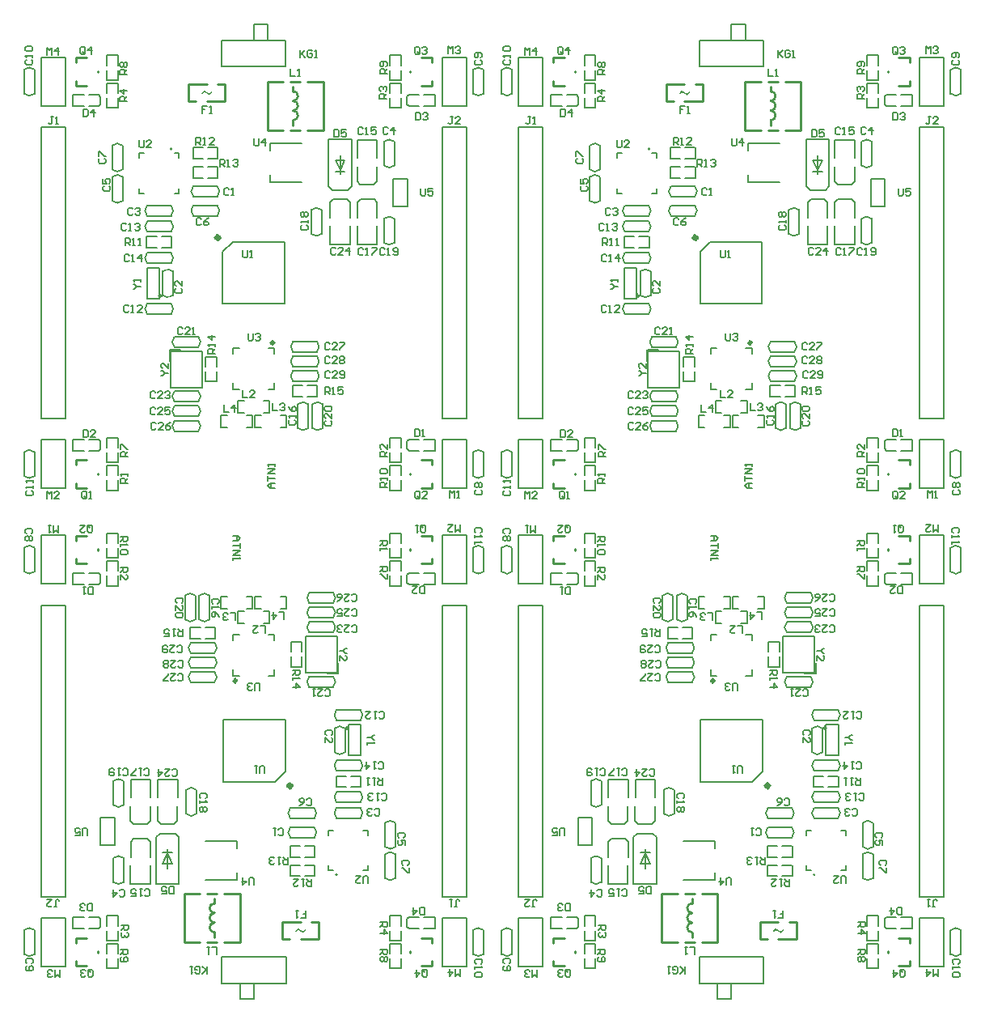
<source format=gto>
G04*
G04 #@! TF.GenerationSoftware,Altium Limited,Altium Designer,21.2.2 (38)*
G04*
G04 Layer_Color=65535*
%FSLAX24Y24*%
%MOIN*%
G70*
G04*
G04 #@! TF.SameCoordinates,7BEC17FB-94DA-460C-997F-5D10B4D38A6F*
G04*
G04*
G04 #@! TF.FilePolarity,Positive*
G04*
G01*
G75*
%ADD11C,0.0050*%
%ADD12C,0.0060*%
%ADD42C,0.0100*%
%ADD58C,0.0059*%
%ADD59C,0.0197*%
%ADD60C,0.0118*%
%ADD61C,0.0080*%
%ADD62C,0.0079*%
%ADD63C,0.0051*%
%ADD64C,0.0059*%
D11*
X11458Y5814D02*
G03*
X11458Y5381I217J-217D01*
G01*
X12442D02*
G03*
X12442Y5814I-217J217D01*
G01*
X11458Y6415D02*
G03*
X11458Y5982I217J-217D01*
G01*
X12442D02*
G03*
X12442Y6415I-217J217D01*
G01*
Y6583D02*
G03*
X12442Y7017I-217J217D01*
G01*
X11458D02*
G03*
X11458Y6583I217J-217D01*
G01*
X7557Y3323D02*
G03*
X7557Y3757I-217J217D01*
G01*
X6573D02*
G03*
X6573Y3323I217J-217D01*
G01*
Y4365D02*
G03*
X6573Y3932I217J-217D01*
G01*
X7557D02*
G03*
X7557Y4365I-217J217D01*
G01*
Y4540D02*
G03*
X7557Y4973I-217J217D01*
G01*
X6573D02*
G03*
X6573Y4540I217J-217D01*
G01*
X7557Y6780D02*
G03*
X7557Y7213I-217J217D01*
G01*
X6573D02*
G03*
X6573Y6780I217J-217D01*
G01*
X12253Y3448D02*
G03*
X12687Y3448I217J217D01*
G01*
Y4432D02*
G03*
X12253Y4432I-217J-217D01*
G01*
X15203Y11085D02*
G03*
X15637Y11085I217J217D01*
G01*
Y12069D02*
G03*
X15203Y12069I-217J-217D01*
G01*
X12637Y12432D02*
G03*
X12203Y12432I-217J-217D01*
G01*
Y11448D02*
G03*
X12637Y11448I217J217D01*
G01*
X12097Y4432D02*
G03*
X11663Y4432I-217J-217D01*
G01*
Y3448D02*
G03*
X12097Y3448I217J217D01*
G01*
X6432Y10233D02*
G03*
X6432Y10667I-217J217D01*
G01*
X5448D02*
G03*
X5448Y10233I217J-217D01*
G01*
X6432Y11531D02*
G03*
X6432Y11964I-217J217D01*
G01*
X5448D02*
G03*
X5448Y11531I217J-217D01*
G01*
Y8577D02*
G03*
X5448Y8143I217J-217D01*
G01*
X6432D02*
G03*
X6432Y8577I-217J217D01*
G01*
X374Y1476D02*
G03*
X807Y1476I217J217D01*
G01*
Y2461D02*
G03*
X374Y2461I-217J-217D01*
G01*
X4437Y15082D02*
G03*
X4003Y15082I-217J-217D01*
G01*
Y14098D02*
G03*
X4437Y14098I217J217D01*
G01*
Y13792D02*
G03*
X4003Y13792I-217J-217D01*
G01*
Y12808D02*
G03*
X4437Y12808I217J217D01*
G01*
X15637Y15244D02*
G03*
X15203Y15244I-217J-217D01*
G01*
Y14260D02*
G03*
X15637Y14260I217J217D01*
G01*
X6432Y12183D02*
G03*
X6432Y12617I-217J217D01*
G01*
X5448D02*
G03*
X5448Y12183I217J-217D01*
G01*
X6517Y9902D02*
G03*
X6083Y9902I-217J-217D01*
G01*
Y8918D02*
G03*
X6517Y8918I217J217D01*
G01*
X8335Y12983D02*
G03*
X8335Y13417I-217J217D01*
G01*
X7351D02*
G03*
X7351Y12983I217J-217D01*
G01*
X7910Y17250D02*
G03*
X7717Y17227I-94J-34D01*
G01*
X7910Y17250D02*
G03*
X8103Y17273I94J34D01*
G01*
X7351Y12620D02*
G03*
X7351Y12187I217J-217D01*
G01*
X8335D02*
G03*
X8335Y12620I-217J217D01*
G01*
X18878Y1476D02*
G03*
X19311Y1476I217J217D01*
G01*
Y2461D02*
G03*
X18878Y2461I-217J-217D01*
G01*
Y17224D02*
G03*
X19311Y17224I217J217D01*
G01*
Y18209D02*
G03*
X18878Y18209I-217J-217D01*
G01*
X807D02*
G03*
X374Y18209I-217J-217D01*
G01*
Y17224D02*
G03*
X807Y17224I217J217D01*
G01*
X16162Y2923D02*
X16232Y2983D01*
X16162Y2593D02*
X16232Y2523D01*
X16832D02*
X17302D01*
Y2983D01*
X16232D02*
X16632D01*
X16162Y2593D02*
Y2923D01*
X16232Y2523D02*
X16632D01*
X16832Y2983D02*
X17302D01*
X11458Y5381D02*
X12442D01*
X11458Y5814D02*
X12442D01*
X11458Y5982D02*
X12442D01*
X11458Y6415D02*
X12442D01*
X11458Y7017D02*
X12442D01*
X11458Y6583D02*
X12442D01*
X6573Y3757D02*
X7557D01*
X6573Y3323D02*
X7557D01*
X6573Y3932D02*
X7557D01*
X6573Y4365D02*
X7557D01*
X13800Y11010D02*
Y11429D01*
X12980Y11010D02*
Y11329D01*
X6573Y4973D02*
X7557D01*
X6573Y4540D02*
X7557D01*
X6573Y7213D02*
X7557D01*
X6573Y6780D02*
X7557D01*
X12687Y3448D02*
Y4432D01*
X12253Y3448D02*
Y4432D01*
X15637Y11085D02*
Y12069D01*
X15203Y11085D02*
Y12069D01*
X12203Y11448D02*
Y12432D01*
X12637Y11448D02*
Y12432D01*
X14920Y11010D02*
Y11429D01*
X14100Y11010D02*
Y11329D01*
X11663Y3448D02*
Y4432D01*
X12097Y3448D02*
Y4432D01*
X14930Y15000D02*
Y15319D01*
X14110Y14900D02*
Y15319D01*
X5448Y10667D02*
X6432D01*
X5448Y10233D02*
X6432D01*
X5448Y11964D02*
X6432D01*
X5448Y11531D02*
X6432D01*
X5448Y8143D02*
X6432D01*
X5448Y8577D02*
X6432D01*
X807Y1476D02*
Y2461D01*
X374Y1476D02*
Y2461D01*
X4003Y14098D02*
Y15082D01*
X4437Y14098D02*
Y15082D01*
X4003Y12808D02*
Y13792D01*
X4437Y12808D02*
Y13792D01*
X15203Y14260D02*
Y15244D01*
X15637Y14260D02*
Y15244D01*
X5448Y12617D02*
X6432D01*
X5448Y12183D02*
X6432D01*
X6083Y8918D02*
Y9902D01*
X6517Y8918D02*
Y9902D01*
X7351Y13417D02*
X8335D01*
X7351Y12983D02*
X8335D01*
X9840Y19411D02*
Y20061D01*
X8520Y18329D02*
X11158D01*
Y19411D01*
X8520D02*
X11158D01*
X8520Y18329D02*
Y19411D01*
X9840Y20061D02*
X10418D01*
Y19424D02*
Y20061D01*
X3453Y16702D02*
X3523Y16762D01*
X3453Y17162D02*
X3523Y17092D01*
X2383Y17162D02*
X2853D01*
X2383Y16702D02*
Y17162D01*
X3053Y16702D02*
X3453D01*
X3523Y16762D02*
Y17092D01*
X3053Y17162D02*
X3453D01*
X2383Y16702D02*
X2853D01*
X16162Y17102D02*
X16232Y17162D01*
X16162Y16772D02*
X16232Y16702D01*
X16832D02*
X17302D01*
Y17162D01*
X16232D02*
X16632D01*
X16162Y16772D02*
Y17102D01*
X16232Y16702D02*
X16632D01*
X16832Y17162D02*
X17302D01*
X3453Y2523D02*
X3523Y2583D01*
X3453Y2983D02*
X3523Y2913D01*
X2383Y2983D02*
X2853D01*
X2383Y2523D02*
Y2983D01*
X3053Y2523D02*
X3453D01*
X3523Y2583D02*
Y2913D01*
X3053Y2983D02*
X3453D01*
X2383Y2523D02*
X2853D01*
X7351Y12187D02*
X8335D01*
X7351Y12620D02*
X8335D01*
X5434Y8770D02*
Y10030D01*
X5946D01*
Y8770D02*
Y10030D01*
X5434Y8770D02*
X5946D01*
X11108Y8565D02*
Y11124D01*
X8549Y8565D02*
X11108D01*
X8978Y11124D02*
X11108D01*
X8549Y10695D02*
X8978Y11124D01*
X8549Y8565D02*
Y10695D01*
X19311Y1476D02*
Y2461D01*
X18878Y1476D02*
Y2461D01*
X19311Y17224D02*
Y18209D01*
X18878Y17224D02*
Y18209D01*
X374Y17224D02*
Y18209D01*
X807Y17224D02*
Y18209D01*
X7670Y12050D02*
X7620Y12100D01*
X7520D01*
X7470Y12050D01*
Y11850D01*
X7520Y11800D01*
X7620D01*
X7670Y11850D01*
X7970Y12100D02*
X7870Y12050D01*
X7770Y11950D01*
Y11850D01*
X7820Y11800D01*
X7920D01*
X7970Y11850D01*
Y11900D01*
X7920Y11950D01*
X7770D01*
X6015Y5617D02*
X6065D01*
X6165Y5717D01*
X6065Y5817D01*
X6015D01*
X6165Y5717D02*
X6315D01*
Y6117D02*
Y5917D01*
X6115Y6117D01*
X6065D01*
X6015Y6067D01*
Y5967D01*
X6065Y5917D01*
X4870Y9190D02*
X4920D01*
X5020Y9290D01*
X4920Y9390D01*
X4870D01*
X5020Y9290D02*
X5170D01*
Y9490D02*
Y9590D01*
Y9540D01*
X4870D01*
X4920Y9490D01*
X16720Y13320D02*
Y13070D01*
X16770Y13020D01*
X16870D01*
X16920Y13070D01*
Y13320D01*
X17220D02*
X17020D01*
Y13170D01*
X17120Y13220D01*
X17170D01*
X17220Y13170D01*
Y13070D01*
X17170Y13020D01*
X17070D01*
X17020Y13070D01*
X9851Y15370D02*
Y15120D01*
X9901Y15070D01*
X10001D01*
X10051Y15120D01*
Y15370D01*
X10300Y15070D02*
Y15370D01*
X10151Y15220D01*
X10350D01*
X9600Y7350D02*
Y7100D01*
X9650Y7050D01*
X9750D01*
X9800Y7100D01*
Y7350D01*
X9900Y7300D02*
X9950Y7350D01*
X10050D01*
X10100Y7300D01*
Y7250D01*
X10050Y7200D01*
X10000D01*
X10050D01*
X10100Y7150D01*
Y7100D01*
X10050Y7050D01*
X9950D01*
X9900Y7100D01*
X5123Y15293D02*
Y15043D01*
X5173Y14993D01*
X5273D01*
X5323Y15043D01*
Y15293D01*
X5623Y14993D02*
X5423D01*
X5623Y15193D01*
Y15243D01*
X5573Y15293D01*
X5473D01*
X5423Y15243D01*
X9393Y10761D02*
Y10511D01*
X9443Y10461D01*
X9543D01*
X9593Y10511D01*
Y10761D01*
X9692Y10461D02*
X9792D01*
X9742D01*
Y10761D01*
X9692Y10711D01*
X12775Y4830D02*
Y5130D01*
X12925D01*
X12975Y5080D01*
Y4980D01*
X12925Y4930D01*
X12775D01*
X12875D02*
X12975Y4830D01*
X13075D02*
X13175D01*
X13125D01*
Y5130D01*
X13075Y5080D01*
X13525Y5130D02*
X13325D01*
Y4980D01*
X13425Y5030D01*
X13475D01*
X13525Y4980D01*
Y4880D01*
X13475Y4830D01*
X13375D01*
X13325Y4880D01*
X8250Y6515D02*
X7950D01*
Y6665D01*
X8000Y6715D01*
X8100D01*
X8150Y6665D01*
Y6515D01*
Y6615D02*
X8250Y6715D01*
Y6815D02*
Y6915D01*
Y6865D01*
X7950D01*
X8000Y6815D01*
X8250Y7215D02*
X7950D01*
X8100Y7065D01*
Y7265D01*
X8445Y14210D02*
Y14510D01*
X8595D01*
X8645Y14460D01*
Y14360D01*
X8595Y14310D01*
X8445D01*
X8545D02*
X8645Y14210D01*
X8745D02*
X8845D01*
X8795D01*
Y14510D01*
X8745Y14460D01*
X8995D02*
X9045Y14510D01*
X9145D01*
X9195Y14460D01*
Y14410D01*
X9145Y14360D01*
X9095D01*
X9145D01*
X9195Y14310D01*
Y14260D01*
X9145Y14210D01*
X9045D01*
X8995Y14260D01*
X7455Y15120D02*
Y15420D01*
X7605D01*
X7655Y15370D01*
Y15270D01*
X7605Y15220D01*
X7455D01*
X7555D02*
X7655Y15120D01*
X7755D02*
X7855D01*
X7805D01*
Y15420D01*
X7755Y15370D01*
X8205Y15120D02*
X8005D01*
X8205Y15320D01*
Y15370D01*
X8155Y15420D01*
X8055D01*
X8005Y15370D01*
X4535Y10960D02*
Y11260D01*
X4685D01*
X4735Y11210D01*
Y11110D01*
X4685Y11060D01*
X4535D01*
X4635D02*
X4735Y10960D01*
X4835D02*
X4935D01*
X4885D01*
Y11260D01*
X4835Y11210D01*
X5085Y10960D02*
X5185D01*
X5135D01*
Y11260D01*
X5085Y11210D01*
X15340Y1015D02*
X15040D01*
Y1165D01*
X15090Y1215D01*
X15190D01*
X15240Y1165D01*
Y1015D01*
Y1115D02*
X15340Y1215D01*
Y1315D02*
Y1415D01*
Y1365D01*
X15040D01*
X15090Y1315D01*
Y1565D02*
X15040Y1615D01*
Y1715D01*
X15090Y1765D01*
X15290D01*
X15340Y1715D01*
Y1615D01*
X15290Y1565D01*
X15090D01*
X15340Y18040D02*
X15040D01*
Y18190D01*
X15090Y18240D01*
X15190D01*
X15240Y18190D01*
Y18040D01*
Y18140D02*
X15340Y18240D01*
X15290Y18340D02*
X15340Y18390D01*
Y18490D01*
X15290Y18540D01*
X15090D01*
X15040Y18490D01*
Y18390D01*
X15090Y18340D01*
X15140D01*
X15190Y18390D01*
Y18540D01*
X4630Y18020D02*
X4330D01*
Y18170D01*
X4380Y18220D01*
X4480D01*
X4530Y18170D01*
Y18020D01*
Y18120D02*
X4630Y18220D01*
X4380Y18320D02*
X4330Y18370D01*
Y18470D01*
X4380Y18520D01*
X4430D01*
X4480Y18470D01*
X4530Y18520D01*
X4580D01*
X4630Y18470D01*
Y18370D01*
X4580Y18320D01*
X4530D01*
X4480Y18370D01*
X4430Y18320D01*
X4380D01*
X4480Y18370D02*
Y18470D01*
X4650Y2270D02*
X4350D01*
Y2420D01*
X4400Y2470D01*
X4500D01*
X4550Y2420D01*
Y2270D01*
Y2370D02*
X4650Y2470D01*
X4350Y2570D02*
Y2770D01*
X4400D01*
X4600Y2570D01*
X4650D01*
X4630Y16900D02*
X4330D01*
Y17050D01*
X4380Y17100D01*
X4480D01*
X4530Y17050D01*
Y16900D01*
Y17000D02*
X4630Y17100D01*
Y17350D02*
X4330D01*
X4480Y17200D01*
Y17400D01*
X15320Y17010D02*
X15020D01*
Y17160D01*
X15070Y17210D01*
X15170D01*
X15220Y17160D01*
Y17010D01*
Y17110D02*
X15320Y17210D01*
X15070Y17310D02*
X15020Y17360D01*
Y17460D01*
X15070Y17510D01*
X15120D01*
X15170Y17460D01*
Y17410D01*
Y17460D01*
X15220Y17510D01*
X15270D01*
X15320Y17460D01*
Y17360D01*
X15270Y17310D01*
X15340Y2290D02*
X15040D01*
Y2440D01*
X15090Y2490D01*
X15190D01*
X15240Y2440D01*
Y2290D01*
Y2390D02*
X15340Y2490D01*
Y2790D02*
Y2590D01*
X15140Y2790D01*
X15090D01*
X15040Y2740D01*
Y2640D01*
X15090Y2590D01*
X4640Y1180D02*
X4340D01*
Y1330D01*
X4390Y1380D01*
X4490D01*
X4540Y1330D01*
Y1180D01*
Y1280D02*
X4640Y1380D01*
Y1480D02*
Y1580D01*
Y1530D01*
X4340D01*
X4390Y1480D01*
X2890Y18900D02*
Y19100D01*
X2840Y19150D01*
X2740D01*
X2690Y19100D01*
Y18900D01*
X2740Y18850D01*
X2840D01*
X2790Y18950D02*
X2890Y18850D01*
X2840D02*
X2890Y18900D01*
X3140Y18850D02*
Y19150D01*
X2990Y19000D01*
X3190D01*
X16680Y18900D02*
Y19100D01*
X16630Y19150D01*
X16530D01*
X16480Y19100D01*
Y18900D01*
X16530Y18850D01*
X16630D01*
X16580Y18950D02*
X16680Y18850D01*
X16630D02*
X16680Y18900D01*
X16780Y19100D02*
X16830Y19150D01*
X16930D01*
X16980Y19100D01*
Y19050D01*
X16930Y19000D01*
X16880D01*
X16930D01*
X16980Y18950D01*
Y18900D01*
X16930Y18850D01*
X16830D01*
X16780Y18900D01*
X16690Y600D02*
Y800D01*
X16640Y850D01*
X16540D01*
X16490Y800D01*
Y600D01*
X16540Y550D01*
X16640D01*
X16590Y650D02*
X16690Y550D01*
X16640D02*
X16690Y600D01*
X16990Y550D02*
X16790D01*
X16990Y750D01*
Y800D01*
X16940Y850D01*
X16840D01*
X16790Y800D01*
X2960Y600D02*
Y800D01*
X2910Y850D01*
X2810D01*
X2760Y800D01*
Y600D01*
X2810Y550D01*
X2910D01*
X2860Y650D02*
X2960Y550D01*
X2910D02*
X2960Y600D01*
X3060Y550D02*
X3160D01*
X3110D01*
Y850D01*
X3060Y800D01*
X1330Y18820D02*
Y19120D01*
X1430Y19020D01*
X1530Y19120D01*
Y18820D01*
X1780D02*
Y19120D01*
X1630Y18970D01*
X1830D01*
X17850Y18860D02*
Y19160D01*
X17950Y19060D01*
X18050Y19160D01*
Y18860D01*
X18150Y19110D02*
X18200Y19160D01*
X18300D01*
X18350Y19110D01*
Y19060D01*
X18300Y19010D01*
X18250D01*
X18300D01*
X18350Y18960D01*
Y18910D01*
X18300Y18860D01*
X18200D01*
X18150Y18910D01*
X1330Y540D02*
Y840D01*
X1430Y740D01*
X1530Y840D01*
Y540D01*
X1830D02*
X1630D01*
X1830Y740D01*
Y790D01*
X1780Y840D01*
X1680D01*
X1630Y790D01*
X17920Y560D02*
Y860D01*
X18020Y760D01*
X18120Y860D01*
Y560D01*
X18220D02*
X18320D01*
X18270D01*
Y860D01*
X18220Y810D01*
X8600Y4410D02*
Y4110D01*
X8800D01*
X9050D02*
Y4410D01*
X8900Y4260D01*
X9100D01*
X10620Y4470D02*
Y4170D01*
X10820D01*
X10920Y4420D02*
X10970Y4470D01*
X11070D01*
X11120Y4420D01*
Y4370D01*
X11070Y4320D01*
X11020D01*
X11070D01*
X11120Y4270D01*
Y4220D01*
X11070Y4170D01*
X10970D01*
X10920Y4220D01*
X9380Y5000D02*
Y4700D01*
X9580D01*
X9880D02*
X9680D01*
X9880Y4900D01*
Y4950D01*
X9830Y5000D01*
X9730D01*
X9680Y4950D01*
X11361Y18240D02*
Y17940D01*
X11561D01*
X11661D02*
X11761D01*
X11711D01*
Y18240D01*
X11661Y18190D01*
X11758Y19022D02*
Y18722D01*
Y18822D01*
X11958Y19022D01*
X11808Y18872D01*
X11958Y18722D01*
X12257Y18972D02*
X12207Y19022D01*
X12107D01*
X12057Y18972D01*
Y18772D01*
X12107Y18722D01*
X12207D01*
X12257Y18772D01*
Y18872D01*
X12157D01*
X12357Y18722D02*
X12457D01*
X12407D01*
Y19022D01*
X12357Y18972D01*
X18060Y16270D02*
X17960D01*
X18010D01*
Y16020D01*
X17960Y15970D01*
X17910D01*
X17860Y16020D01*
X18360Y15970D02*
X18160D01*
X18360Y16170D01*
Y16220D01*
X18310Y16270D01*
X18210D01*
X18160Y16220D01*
X1570Y16260D02*
X1470D01*
X1520D01*
Y16010D01*
X1470Y15960D01*
X1420D01*
X1370Y16010D01*
X1670Y15960D02*
X1770D01*
X1720D01*
Y16260D01*
X1670Y16210D01*
X7920Y16720D02*
X7720D01*
Y16570D01*
X7820D01*
X7720D01*
Y16420D01*
X8020D02*
X8120D01*
X8070D01*
Y16720D01*
X8020Y16670D01*
X13150Y15740D02*
Y15440D01*
X13300D01*
X13350Y15490D01*
Y15690D01*
X13300Y15740D01*
X13150D01*
X13650D02*
X13450D01*
Y15590D01*
X13550Y15640D01*
X13600D01*
X13650Y15590D01*
Y15490D01*
X13600Y15440D01*
X13500D01*
X13450Y15490D01*
X2810Y16580D02*
Y16280D01*
X2960D01*
X3010Y16330D01*
Y16530D01*
X2960Y16580D01*
X2810D01*
X3260Y16280D02*
Y16580D01*
X3110Y16430D01*
X3310D01*
X16500Y16440D02*
Y16140D01*
X16650D01*
X16700Y16190D01*
Y16390D01*
X16650Y16440D01*
X16500D01*
X16800Y16390D02*
X16850Y16440D01*
X16950D01*
X17000Y16390D01*
Y16340D01*
X16950Y16290D01*
X16900D01*
X16950D01*
X17000Y16240D01*
Y16190D01*
X16950Y16140D01*
X16850D01*
X16800Y16190D01*
X2800Y3360D02*
Y3060D01*
X2950D01*
X3000Y3110D01*
Y3310D01*
X2950Y3360D01*
X2800D01*
X3300Y3060D02*
X3100D01*
X3300Y3260D01*
Y3310D01*
X3250Y3360D01*
X3150D01*
X3100Y3310D01*
X16480Y3400D02*
Y3100D01*
X16630D01*
X16680Y3150D01*
Y3350D01*
X16630Y3400D01*
X16480D01*
X16780Y3100D02*
X16880D01*
X16830D01*
Y3400D01*
X16780Y3350D01*
X12997Y5748D02*
X12947Y5798D01*
X12847D01*
X12797Y5748D01*
Y5548D01*
X12847Y5498D01*
X12947D01*
X12997Y5548D01*
X13297Y5498D02*
X13097D01*
X13297Y5698D01*
Y5748D01*
X13247Y5798D01*
X13147D01*
X13097Y5748D01*
X13397Y5548D02*
X13447Y5498D01*
X13547D01*
X13597Y5548D01*
Y5748D01*
X13547Y5798D01*
X13447D01*
X13397Y5748D01*
Y5698D01*
X13447Y5648D01*
X13597D01*
X12967Y6359D02*
X12917Y6409D01*
X12817D01*
X12767Y6359D01*
Y6159D01*
X12817Y6109D01*
X12917D01*
X12967Y6159D01*
X13267Y6109D02*
X13067D01*
X13267Y6309D01*
Y6359D01*
X13217Y6409D01*
X13117D01*
X13067Y6359D01*
X13367D02*
X13417Y6409D01*
X13517D01*
X13567Y6359D01*
Y6309D01*
X13517Y6259D01*
X13567Y6209D01*
Y6159D01*
X13517Y6109D01*
X13417D01*
X13367Y6159D01*
Y6209D01*
X13417Y6259D01*
X13367Y6309D01*
Y6359D01*
X13417Y6259D02*
X13517D01*
X12977Y6910D02*
X12927Y6960D01*
X12827D01*
X12777Y6910D01*
Y6710D01*
X12827Y6660D01*
X12927D01*
X12977Y6710D01*
X13277Y6660D02*
X13077D01*
X13277Y6860D01*
Y6910D01*
X13227Y6960D01*
X13127D01*
X13077Y6910D01*
X13377Y6960D02*
X13577D01*
Y6910D01*
X13377Y6710D01*
Y6660D01*
X5805Y3640D02*
X5755Y3690D01*
X5655D01*
X5605Y3640D01*
Y3440D01*
X5655Y3390D01*
X5755D01*
X5805Y3440D01*
X6105Y3390D02*
X5905D01*
X6105Y3590D01*
Y3640D01*
X6055Y3690D01*
X5955D01*
X5905Y3640D01*
X6405Y3690D02*
X6305Y3640D01*
X6205Y3540D01*
Y3440D01*
X6255Y3390D01*
X6355D01*
X6405Y3440D01*
Y3490D01*
X6355Y3540D01*
X6205D01*
X5788Y4248D02*
X5738Y4298D01*
X5638D01*
X5588Y4248D01*
Y4048D01*
X5638Y3998D01*
X5738D01*
X5788Y4048D01*
X6088Y3998D02*
X5888D01*
X6088Y4198D01*
Y4248D01*
X6038Y4298D01*
X5938D01*
X5888Y4248D01*
X6388Y4298D02*
X6188D01*
Y4148D01*
X6288Y4198D01*
X6338D01*
X6388Y4148D01*
Y4048D01*
X6338Y3998D01*
X6238D01*
X6188Y4048D01*
X13220Y10837D02*
X13170Y10887D01*
X13070D01*
X13020Y10837D01*
Y10637D01*
X13070Y10587D01*
X13170D01*
X13220Y10637D01*
X13520Y10587D02*
X13320D01*
X13520Y10787D01*
Y10837D01*
X13470Y10887D01*
X13370D01*
X13320Y10837D01*
X13770Y10587D02*
Y10887D01*
X13620Y10737D01*
X13820D01*
X5790Y4920D02*
X5740Y4970D01*
X5640D01*
X5590Y4920D01*
Y4720D01*
X5640Y4670D01*
X5740D01*
X5790Y4720D01*
X6090Y4670D02*
X5890D01*
X6090Y4870D01*
Y4920D01*
X6040Y4970D01*
X5940D01*
X5890Y4920D01*
X6190D02*
X6240Y4970D01*
X6340D01*
X6390Y4920D01*
Y4870D01*
X6340Y4820D01*
X6290D01*
X6340D01*
X6390Y4770D01*
Y4720D01*
X6340Y4670D01*
X6240D01*
X6190Y4720D01*
X6905Y7557D02*
X6855Y7607D01*
X6755D01*
X6705Y7557D01*
Y7357D01*
X6755Y7307D01*
X6855D01*
X6905Y7357D01*
X7205Y7307D02*
X7005D01*
X7205Y7507D01*
Y7557D01*
X7155Y7607D01*
X7055D01*
X7005Y7557D01*
X7305Y7307D02*
X7405D01*
X7355D01*
Y7607D01*
X7305Y7557D01*
X12810Y3750D02*
X12760Y3700D01*
Y3600D01*
X12810Y3550D01*
X13010D01*
X13060Y3600D01*
Y3700D01*
X13010Y3750D01*
X13060Y4050D02*
Y3850D01*
X12860Y4050D01*
X12810D01*
X12760Y4000D01*
Y3900D01*
X12810Y3850D01*
Y4150D02*
X12760Y4200D01*
Y4300D01*
X12810Y4350D01*
X13010D01*
X13060Y4300D01*
Y4200D01*
X13010Y4150D01*
X12810D01*
X15245Y10820D02*
X15195Y10870D01*
X15095D01*
X15045Y10820D01*
Y10620D01*
X15095Y10570D01*
X15195D01*
X15245Y10620D01*
X15345Y10570D02*
X15445D01*
X15395D01*
Y10870D01*
X15345Y10820D01*
X15595Y10620D02*
X15645Y10570D01*
X15745D01*
X15795Y10620D01*
Y10820D01*
X15745Y10870D01*
X15645D01*
X15595Y10820D01*
Y10770D01*
X15645Y10720D01*
X15795D01*
X11830Y11805D02*
X11780Y11755D01*
Y11655D01*
X11830Y11605D01*
X12030D01*
X12080Y11655D01*
Y11755D01*
X12030Y11805D01*
X12080Y11905D02*
Y12005D01*
Y11955D01*
X11780D01*
X11830Y11905D01*
Y12155D02*
X11780Y12205D01*
Y12305D01*
X11830Y12355D01*
X11880D01*
X11930Y12305D01*
X11980Y12355D01*
X12030D01*
X12080Y12305D01*
Y12205D01*
X12030Y12155D01*
X11980D01*
X11930Y12205D01*
X11880Y12155D01*
X11830D01*
X11930Y12205D02*
Y12305D01*
X14355Y10820D02*
X14305Y10870D01*
X14205D01*
X14155Y10820D01*
Y10620D01*
X14205Y10570D01*
X14305D01*
X14355Y10620D01*
X14455Y10570D02*
X14555D01*
X14505D01*
Y10870D01*
X14455Y10820D01*
X14705Y10870D02*
X14905D01*
Y10820D01*
X14705Y10620D01*
Y10570D01*
X11330Y3785D02*
X11280Y3735D01*
Y3635D01*
X11330Y3585D01*
X11530D01*
X11580Y3635D01*
Y3735D01*
X11530Y3785D01*
X11580Y3885D02*
Y3985D01*
Y3935D01*
X11280D01*
X11330Y3885D01*
X11280Y4335D02*
X11330Y4235D01*
X11430Y4135D01*
X11530D01*
X11580Y4185D01*
Y4285D01*
X11530Y4335D01*
X11480D01*
X11430Y4285D01*
Y4135D01*
X14345Y15790D02*
X14295Y15840D01*
X14195D01*
X14145Y15790D01*
Y15590D01*
X14195Y15540D01*
X14295D01*
X14345Y15590D01*
X14445Y15540D02*
X14545D01*
X14495D01*
Y15840D01*
X14445Y15790D01*
X14895Y15840D02*
X14695D01*
Y15690D01*
X14795Y15740D01*
X14845D01*
X14895Y15690D01*
Y15590D01*
X14845Y15540D01*
X14745D01*
X14695Y15590D01*
X4705Y10550D02*
X4655Y10600D01*
X4555D01*
X4505Y10550D01*
Y10350D01*
X4555Y10300D01*
X4655D01*
X4705Y10350D01*
X4805Y10300D02*
X4905D01*
X4855D01*
Y10600D01*
X4805Y10550D01*
X5205Y10300D02*
Y10600D01*
X5055Y10450D01*
X5255D01*
X4585Y11840D02*
X4535Y11890D01*
X4435D01*
X4385Y11840D01*
Y11640D01*
X4435Y11590D01*
X4535D01*
X4585Y11640D01*
X4685Y11590D02*
X4785D01*
X4735D01*
Y11890D01*
X4685Y11840D01*
X4935D02*
X4985Y11890D01*
X5085D01*
X5135Y11840D01*
Y11790D01*
X5085Y11740D01*
X5035D01*
X5085D01*
X5135Y11690D01*
Y11640D01*
X5085Y11590D01*
X4985D01*
X4935Y11640D01*
X4685Y8460D02*
X4635Y8510D01*
X4535D01*
X4485Y8460D01*
Y8260D01*
X4535Y8210D01*
X4635D01*
X4685Y8260D01*
X4785Y8210D02*
X4885D01*
X4835D01*
Y8510D01*
X4785Y8460D01*
X5235Y8210D02*
X5035D01*
X5235Y8410D01*
Y8460D01*
X5185Y8510D01*
X5085D01*
X5035Y8460D01*
X490Y865D02*
X440Y815D01*
Y715D01*
X490Y665D01*
X690D01*
X740Y715D01*
Y815D01*
X690Y865D01*
X740Y965D02*
Y1065D01*
Y1015D01*
X440D01*
X490Y965D01*
X740Y1215D02*
Y1315D01*
Y1265D01*
X440D01*
X490Y1215D01*
X480Y18615D02*
X430Y18565D01*
Y18465D01*
X480Y18415D01*
X680D01*
X730Y18465D01*
Y18565D01*
X680Y18615D01*
X730Y18715D02*
Y18815D01*
Y18765D01*
X430D01*
X480Y18715D01*
Y18965D02*
X430Y19015D01*
Y19115D01*
X480Y19165D01*
X680D01*
X730Y19115D01*
Y19015D01*
X680Y18965D01*
X480D01*
X18990Y18600D02*
X18940Y18550D01*
Y18450D01*
X18990Y18400D01*
X19190D01*
X19240Y18450D01*
Y18550D01*
X19190Y18600D01*
Y18700D02*
X19240Y18750D01*
Y18850D01*
X19190Y18900D01*
X18990D01*
X18940Y18850D01*
Y18750D01*
X18990Y18700D01*
X19040D01*
X19090Y18750D01*
Y18900D01*
X19005Y899D02*
X18955Y849D01*
Y749D01*
X19005Y699D01*
X19204D01*
X19254Y749D01*
Y849D01*
X19204Y899D01*
X19005Y998D02*
X18955Y1048D01*
Y1148D01*
X19005Y1198D01*
X19054D01*
X19104Y1148D01*
X19154Y1198D01*
X19204D01*
X19254Y1148D01*
Y1048D01*
X19204Y998D01*
X19154D01*
X19104Y1048D01*
X19054Y998D01*
X19005D01*
X19104Y1048D02*
Y1148D01*
X3490Y14550D02*
X3440Y14500D01*
Y14400D01*
X3490Y14350D01*
X3690D01*
X3740Y14400D01*
Y14500D01*
X3690Y14550D01*
X3440Y14650D02*
Y14850D01*
X3490D01*
X3690Y14650D01*
X3740D01*
X3670Y13410D02*
X3620Y13360D01*
Y13260D01*
X3670Y13210D01*
X3870D01*
X3920Y13260D01*
Y13360D01*
X3870Y13410D01*
X3620Y13710D02*
Y13510D01*
X3770D01*
X3720Y13610D01*
Y13660D01*
X3770Y13710D01*
X3870D01*
X3920Y13660D01*
Y13560D01*
X3870Y13510D01*
X15380Y15800D02*
X15330Y15850D01*
X15230D01*
X15180Y15800D01*
Y15600D01*
X15230Y15550D01*
X15330D01*
X15380Y15600D01*
X15630Y15550D02*
Y15850D01*
X15480Y15700D01*
X15680D01*
X4860Y12470D02*
X4810Y12520D01*
X4710D01*
X4660Y12470D01*
Y12270D01*
X4710Y12220D01*
X4810D01*
X4860Y12270D01*
X4960Y12470D02*
X5010Y12520D01*
X5110D01*
X5160Y12470D01*
Y12420D01*
X5110Y12370D01*
X5060D01*
X5110D01*
X5160Y12320D01*
Y12270D01*
X5110Y12220D01*
X5010D01*
X4960Y12270D01*
X6640Y9200D02*
X6590Y9150D01*
Y9050D01*
X6640Y9000D01*
X6840D01*
X6890Y9050D01*
Y9150D01*
X6840Y9200D01*
X6890Y9500D02*
Y9300D01*
X6690Y9500D01*
X6640D01*
X6590Y9450D01*
Y9350D01*
X6640Y9300D01*
X8830Y13290D02*
X8780Y13340D01*
X8680D01*
X8630Y13290D01*
Y13090D01*
X8680Y13040D01*
X8780D01*
X8830Y13090D01*
X8930Y13040D02*
X9030D01*
X8980D01*
Y13340D01*
X8930Y13290D01*
X10700Y980D02*
X10500D01*
X10400Y1080D01*
X10500Y1180D01*
X10700D01*
X10550D01*
Y980D01*
X10400Y1280D02*
Y1480D01*
Y1380D01*
X10700D01*
Y1580D02*
X10400D01*
X10700Y1780D01*
X10400D01*
X10700Y1880D02*
Y1980D01*
Y1930D01*
X10400D01*
X10450Y1880D01*
X31143Y5814D02*
G03*
X31143Y5381I217J-217D01*
G01*
X32127D02*
G03*
X32127Y5814I-217J217D01*
G01*
X31143Y6415D02*
G03*
X31143Y5982I217J-217D01*
G01*
X32127D02*
G03*
X32127Y6415I-217J217D01*
G01*
Y6583D02*
G03*
X32127Y7017I-217J217D01*
G01*
X31143D02*
G03*
X31143Y6583I217J-217D01*
G01*
X27242Y3323D02*
G03*
X27242Y3757I-217J217D01*
G01*
X26258D02*
G03*
X26258Y3323I217J-217D01*
G01*
Y4365D02*
G03*
X26258Y3932I217J-217D01*
G01*
X27242D02*
G03*
X27242Y4365I-217J217D01*
G01*
Y4540D02*
G03*
X27242Y4973I-217J217D01*
G01*
X26258D02*
G03*
X26258Y4540I217J-217D01*
G01*
X27242Y6780D02*
G03*
X27242Y7213I-217J217D01*
G01*
X26258D02*
G03*
X26258Y6780I217J-217D01*
G01*
X31939Y3448D02*
G03*
X32372Y3448I217J217D01*
G01*
Y4432D02*
G03*
X31939Y4432I-217J-217D01*
G01*
X34889Y11085D02*
G03*
X35322Y11085I217J217D01*
G01*
Y12069D02*
G03*
X34889Y12069I-217J-217D01*
G01*
X32322Y12432D02*
G03*
X31889Y12432I-217J-217D01*
G01*
Y11448D02*
G03*
X32322Y11448I217J217D01*
G01*
X31782Y4432D02*
G03*
X31349Y4432I-217J-217D01*
G01*
Y3448D02*
G03*
X31782Y3448I217J217D01*
G01*
X26117Y10233D02*
G03*
X26117Y10667I-217J217D01*
G01*
X25133D02*
G03*
X25133Y10233I217J-217D01*
G01*
X26117Y11531D02*
G03*
X26117Y11964I-217J217D01*
G01*
X25133D02*
G03*
X25133Y11531I217J-217D01*
G01*
Y8577D02*
G03*
X25133Y8143I217J-217D01*
G01*
X26117D02*
G03*
X26117Y8577I-217J217D01*
G01*
X20059Y1476D02*
G03*
X20492Y1476I217J217D01*
G01*
Y2461D02*
G03*
X20059Y2461I-217J-217D01*
G01*
X24122Y15082D02*
G03*
X23689Y15082I-217J-217D01*
G01*
Y14098D02*
G03*
X24122Y14098I217J217D01*
G01*
Y13792D02*
G03*
X23689Y13792I-217J-217D01*
G01*
Y12808D02*
G03*
X24122Y12808I217J217D01*
G01*
X35322Y15244D02*
G03*
X34889Y15244I-217J-217D01*
G01*
Y14260D02*
G03*
X35322Y14260I217J217D01*
G01*
X26117Y12183D02*
G03*
X26117Y12617I-217J217D01*
G01*
X25133D02*
G03*
X25133Y12183I217J-217D01*
G01*
X26202Y9902D02*
G03*
X25769Y9902I-217J-217D01*
G01*
Y8918D02*
G03*
X26202Y8918I217J217D01*
G01*
X28020Y12983D02*
G03*
X28020Y13417I-217J217D01*
G01*
X27036D02*
G03*
X27036Y12983I217J-217D01*
G01*
X27595Y17250D02*
G03*
X27402Y17227I-94J-34D01*
G01*
X27595Y17250D02*
G03*
X27788Y17273I94J34D01*
G01*
X27036Y12620D02*
G03*
X27036Y12187I217J-217D01*
G01*
X28020D02*
G03*
X28020Y12620I-217J217D01*
G01*
X38563Y1476D02*
G03*
X38996Y1476I217J217D01*
G01*
Y2461D02*
G03*
X38563Y2461I-217J-217D01*
G01*
Y17224D02*
G03*
X38996Y17224I217J217D01*
G01*
Y18209D02*
G03*
X38563Y18209I-217J-217D01*
G01*
X20492D02*
G03*
X20059Y18209I-217J-217D01*
G01*
Y17224D02*
G03*
X20492Y17224I217J217D01*
G01*
X35847Y2923D02*
X35917Y2983D01*
X35847Y2593D02*
X35917Y2523D01*
X36517D02*
X36987D01*
Y2983D01*
X35917D02*
X36317D01*
X35847Y2593D02*
Y2923D01*
X35917Y2523D02*
X36317D01*
X36517Y2983D02*
X36987D01*
X31143Y5381D02*
X32127D01*
X31143Y5814D02*
X32127D01*
X31143Y5982D02*
X32127D01*
X31143Y6415D02*
X32127D01*
X31143Y7017D02*
X32127D01*
X31143Y6583D02*
X32127D01*
X26258Y3757D02*
X27242D01*
X26258Y3323D02*
X27242D01*
X26258Y3932D02*
X27242D01*
X26258Y4365D02*
X27242D01*
X33485Y11010D02*
Y11429D01*
X32665Y11010D02*
Y11329D01*
X26258Y4973D02*
X27242D01*
X26258Y4540D02*
X27242D01*
X26258Y7213D02*
X27242D01*
X26258Y6780D02*
X27242D01*
X32372Y3448D02*
Y4432D01*
X31939Y3448D02*
Y4432D01*
X35322Y11085D02*
Y12069D01*
X34889Y11085D02*
Y12069D01*
X31889Y11448D02*
Y12432D01*
X32322Y11448D02*
Y12432D01*
X34605Y11010D02*
Y11429D01*
X33785Y11010D02*
Y11329D01*
X31349Y3448D02*
Y4432D01*
X31782Y3448D02*
Y4432D01*
X34615Y15000D02*
Y15319D01*
X33795Y14900D02*
Y15319D01*
X25133Y10667D02*
X26117D01*
X25133Y10233D02*
X26117D01*
X25133Y11964D02*
X26117D01*
X25133Y11531D02*
X26117D01*
X25133Y8143D02*
X26117D01*
X25133Y8577D02*
X26117D01*
X20492Y1476D02*
Y2461D01*
X20059Y1476D02*
Y2461D01*
X23689Y14098D02*
Y15082D01*
X24122Y14098D02*
Y15082D01*
X23689Y12808D02*
Y13792D01*
X24122Y12808D02*
Y13792D01*
X34889Y14260D02*
Y15244D01*
X35322Y14260D02*
Y15244D01*
X25133Y12617D02*
X26117D01*
X25133Y12183D02*
X26117D01*
X25769Y8918D02*
Y9902D01*
X26202Y8918D02*
Y9902D01*
X27036Y13417D02*
X28020D01*
X27036Y12983D02*
X28020D01*
X29525Y19411D02*
Y20061D01*
X28205Y18329D02*
X30843D01*
Y19411D01*
X28205D02*
X30843D01*
X28205Y18329D02*
Y19411D01*
X29525Y20061D02*
X30103D01*
Y19424D02*
Y20061D01*
X23138Y16702D02*
X23208Y16762D01*
X23138Y17162D02*
X23208Y17092D01*
X22068Y17162D02*
X22538D01*
X22068Y16702D02*
Y17162D01*
X22738Y16702D02*
X23138D01*
X23208Y16762D02*
Y17092D01*
X22738Y17162D02*
X23138D01*
X22068Y16702D02*
X22538D01*
X35847Y17102D02*
X35917Y17162D01*
X35847Y16772D02*
X35917Y16702D01*
X36517D02*
X36987D01*
Y17162D01*
X35917D02*
X36317D01*
X35847Y16772D02*
Y17102D01*
X35917Y16702D02*
X36317D01*
X36517Y17162D02*
X36987D01*
X23138Y2523D02*
X23208Y2583D01*
X23138Y2983D02*
X23208Y2913D01*
X22068Y2983D02*
X22538D01*
X22068Y2523D02*
Y2983D01*
X22738Y2523D02*
X23138D01*
X23208Y2583D02*
Y2913D01*
X22738Y2983D02*
X23138D01*
X22068Y2523D02*
X22538D01*
X27036Y12187D02*
X28020D01*
X27036Y12620D02*
X28020D01*
X25119Y8770D02*
Y10030D01*
X25631D01*
Y8770D02*
Y10030D01*
X25119Y8770D02*
X25631D01*
X30793Y8565D02*
Y11124D01*
X28234Y8565D02*
X30793D01*
X28663Y11124D02*
X30793D01*
X28234Y10695D02*
X28663Y11124D01*
X28234Y8565D02*
Y10695D01*
X38996Y1476D02*
Y2461D01*
X38563Y1476D02*
Y2461D01*
X38996Y17224D02*
Y18209D01*
X38563Y17224D02*
Y18209D01*
X20059Y17224D02*
Y18209D01*
X20492Y17224D02*
Y18209D01*
X27355Y12050D02*
X27305Y12100D01*
X27205D01*
X27155Y12050D01*
Y11850D01*
X27205Y11800D01*
X27305D01*
X27355Y11850D01*
X27655Y12100D02*
X27555Y12050D01*
X27455Y11950D01*
Y11850D01*
X27505Y11800D01*
X27605D01*
X27655Y11850D01*
Y11900D01*
X27605Y11950D01*
X27455D01*
X25700Y5617D02*
X25750D01*
X25850Y5717D01*
X25750Y5817D01*
X25700D01*
X25850Y5717D02*
X26000D01*
Y6117D02*
Y5917D01*
X25800Y6117D01*
X25750D01*
X25700Y6067D01*
Y5967D01*
X25750Y5917D01*
X24555Y9190D02*
X24605D01*
X24705Y9290D01*
X24605Y9390D01*
X24555D01*
X24705Y9290D02*
X24855D01*
Y9490D02*
Y9590D01*
Y9540D01*
X24555D01*
X24605Y9490D01*
X36405Y13320D02*
Y13070D01*
X36455Y13020D01*
X36555D01*
X36605Y13070D01*
Y13320D01*
X36905D02*
X36705D01*
Y13170D01*
X36805Y13220D01*
X36855D01*
X36905Y13170D01*
Y13070D01*
X36855Y13020D01*
X36755D01*
X36705Y13070D01*
X29536Y15370D02*
Y15120D01*
X29586Y15070D01*
X29686D01*
X29736Y15120D01*
Y15370D01*
X29985Y15070D02*
Y15370D01*
X29836Y15220D01*
X30035D01*
X29285Y7350D02*
Y7100D01*
X29335Y7050D01*
X29435D01*
X29485Y7100D01*
Y7350D01*
X29585Y7300D02*
X29635Y7350D01*
X29735D01*
X29785Y7300D01*
Y7250D01*
X29735Y7200D01*
X29685D01*
X29735D01*
X29785Y7150D01*
Y7100D01*
X29735Y7050D01*
X29635D01*
X29585Y7100D01*
X24808Y15293D02*
Y15043D01*
X24858Y14993D01*
X24958D01*
X25008Y15043D01*
Y15293D01*
X25308Y14993D02*
X25108D01*
X25308Y15193D01*
Y15243D01*
X25258Y15293D01*
X25158D01*
X25108Y15243D01*
X29078Y10761D02*
Y10511D01*
X29128Y10461D01*
X29228D01*
X29278Y10511D01*
Y10761D01*
X29378Y10461D02*
X29478D01*
X29428D01*
Y10761D01*
X29378Y10711D01*
X32460Y4830D02*
Y5130D01*
X32610D01*
X32660Y5080D01*
Y4980D01*
X32610Y4930D01*
X32460D01*
X32560D02*
X32660Y4830D01*
X32760D02*
X32860D01*
X32810D01*
Y5130D01*
X32760Y5080D01*
X33210Y5130D02*
X33010D01*
Y4980D01*
X33110Y5030D01*
X33160D01*
X33210Y4980D01*
Y4880D01*
X33160Y4830D01*
X33060D01*
X33010Y4880D01*
X27935Y6515D02*
X27635D01*
Y6665D01*
X27685Y6715D01*
X27785D01*
X27835Y6665D01*
Y6515D01*
Y6615D02*
X27935Y6715D01*
Y6815D02*
Y6915D01*
Y6865D01*
X27635D01*
X27685Y6815D01*
X27935Y7215D02*
X27635D01*
X27785Y7065D01*
Y7265D01*
X28130Y14210D02*
Y14510D01*
X28280D01*
X28330Y14460D01*
Y14360D01*
X28280Y14310D01*
X28130D01*
X28230D02*
X28330Y14210D01*
X28430D02*
X28530D01*
X28480D01*
Y14510D01*
X28430Y14460D01*
X28680D02*
X28730Y14510D01*
X28830D01*
X28880Y14460D01*
Y14410D01*
X28830Y14360D01*
X28780D01*
X28830D01*
X28880Y14310D01*
Y14260D01*
X28830Y14210D01*
X28730D01*
X28680Y14260D01*
X27140Y15120D02*
Y15420D01*
X27290D01*
X27340Y15370D01*
Y15270D01*
X27290Y15220D01*
X27140D01*
X27240D02*
X27340Y15120D01*
X27440D02*
X27540D01*
X27490D01*
Y15420D01*
X27440Y15370D01*
X27890Y15120D02*
X27690D01*
X27890Y15320D01*
Y15370D01*
X27840Y15420D01*
X27740D01*
X27690Y15370D01*
X24220Y10960D02*
Y11260D01*
X24370D01*
X24420Y11210D01*
Y11110D01*
X24370Y11060D01*
X24220D01*
X24320D02*
X24420Y10960D01*
X24520D02*
X24620D01*
X24570D01*
Y11260D01*
X24520Y11210D01*
X24770Y10960D02*
X24870D01*
X24820D01*
Y11260D01*
X24770Y11210D01*
X35025Y1015D02*
X34725D01*
Y1165D01*
X34775Y1215D01*
X34875D01*
X34925Y1165D01*
Y1015D01*
Y1115D02*
X35025Y1215D01*
Y1315D02*
Y1415D01*
Y1365D01*
X34725D01*
X34775Y1315D01*
Y1565D02*
X34725Y1615D01*
Y1715D01*
X34775Y1765D01*
X34975D01*
X35025Y1715D01*
Y1615D01*
X34975Y1565D01*
X34775D01*
X35025Y18040D02*
X34725D01*
Y18190D01*
X34775Y18240D01*
X34875D01*
X34925Y18190D01*
Y18040D01*
Y18140D02*
X35025Y18240D01*
X34975Y18340D02*
X35025Y18390D01*
Y18490D01*
X34975Y18540D01*
X34775D01*
X34725Y18490D01*
Y18390D01*
X34775Y18340D01*
X34825D01*
X34875Y18390D01*
Y18540D01*
X24315Y18020D02*
X24015D01*
Y18170D01*
X24065Y18220D01*
X24165D01*
X24215Y18170D01*
Y18020D01*
Y18120D02*
X24315Y18220D01*
X24065Y18320D02*
X24015Y18370D01*
Y18470D01*
X24065Y18520D01*
X24115D01*
X24165Y18470D01*
X24215Y18520D01*
X24265D01*
X24315Y18470D01*
Y18370D01*
X24265Y18320D01*
X24215D01*
X24165Y18370D01*
X24115Y18320D01*
X24065D01*
X24165Y18370D02*
Y18470D01*
X24335Y2270D02*
X24035D01*
Y2420D01*
X24085Y2470D01*
X24185D01*
X24235Y2420D01*
Y2270D01*
Y2370D02*
X24335Y2470D01*
X24035Y2570D02*
Y2770D01*
X24085D01*
X24285Y2570D01*
X24335D01*
X24315Y16900D02*
X24015D01*
Y17050D01*
X24065Y17100D01*
X24165D01*
X24215Y17050D01*
Y16900D01*
Y17000D02*
X24315Y17100D01*
Y17350D02*
X24015D01*
X24165Y17200D01*
Y17400D01*
X35005Y17010D02*
X34705D01*
Y17160D01*
X34755Y17210D01*
X34855D01*
X34905Y17160D01*
Y17010D01*
Y17110D02*
X35005Y17210D01*
X34755Y17310D02*
X34705Y17360D01*
Y17460D01*
X34755Y17510D01*
X34805D01*
X34855Y17460D01*
Y17410D01*
Y17460D01*
X34905Y17510D01*
X34955D01*
X35005Y17460D01*
Y17360D01*
X34955Y17310D01*
X35025Y2290D02*
X34725D01*
Y2440D01*
X34775Y2490D01*
X34875D01*
X34925Y2440D01*
Y2290D01*
Y2390D02*
X35025Y2490D01*
Y2790D02*
Y2590D01*
X34825Y2790D01*
X34775D01*
X34725Y2740D01*
Y2640D01*
X34775Y2590D01*
X24325Y1180D02*
X24025D01*
Y1330D01*
X24075Y1380D01*
X24175D01*
X24225Y1330D01*
Y1180D01*
Y1280D02*
X24325Y1380D01*
Y1480D02*
Y1580D01*
Y1530D01*
X24025D01*
X24075Y1480D01*
X22575Y18900D02*
Y19100D01*
X22525Y19150D01*
X22425D01*
X22375Y19100D01*
Y18900D01*
X22425Y18850D01*
X22525D01*
X22475Y18950D02*
X22575Y18850D01*
X22525D02*
X22575Y18900D01*
X22825Y18850D02*
Y19150D01*
X22675Y19000D01*
X22875D01*
X36365Y18900D02*
Y19100D01*
X36315Y19150D01*
X36215D01*
X36165Y19100D01*
Y18900D01*
X36215Y18850D01*
X36315D01*
X36265Y18950D02*
X36365Y18850D01*
X36315D02*
X36365Y18900D01*
X36465Y19100D02*
X36515Y19150D01*
X36615D01*
X36665Y19100D01*
Y19050D01*
X36615Y19000D01*
X36565D01*
X36615D01*
X36665Y18950D01*
Y18900D01*
X36615Y18850D01*
X36515D01*
X36465Y18900D01*
X36375Y600D02*
Y800D01*
X36325Y850D01*
X36225D01*
X36175Y800D01*
Y600D01*
X36225Y550D01*
X36325D01*
X36275Y650D02*
X36375Y550D01*
X36325D02*
X36375Y600D01*
X36675Y550D02*
X36475D01*
X36675Y750D01*
Y800D01*
X36625Y850D01*
X36525D01*
X36475Y800D01*
X22645Y600D02*
Y800D01*
X22595Y850D01*
X22495D01*
X22445Y800D01*
Y600D01*
X22495Y550D01*
X22595D01*
X22545Y650D02*
X22645Y550D01*
X22595D02*
X22645Y600D01*
X22745Y550D02*
X22845D01*
X22795D01*
Y850D01*
X22745Y800D01*
X21015Y18820D02*
Y19120D01*
X21115Y19020D01*
X21215Y19120D01*
Y18820D01*
X21465D02*
Y19120D01*
X21315Y18970D01*
X21515D01*
X37535Y18860D02*
Y19160D01*
X37635Y19060D01*
X37735Y19160D01*
Y18860D01*
X37835Y19110D02*
X37885Y19160D01*
X37985D01*
X38035Y19110D01*
Y19060D01*
X37985Y19010D01*
X37935D01*
X37985D01*
X38035Y18960D01*
Y18910D01*
X37985Y18860D01*
X37885D01*
X37835Y18910D01*
X21015Y540D02*
Y840D01*
X21115Y740D01*
X21215Y840D01*
Y540D01*
X21515D02*
X21315D01*
X21515Y740D01*
Y790D01*
X21465Y840D01*
X21365D01*
X21315Y790D01*
X37605Y560D02*
Y860D01*
X37705Y760D01*
X37805Y860D01*
Y560D01*
X37905D02*
X38005D01*
X37955D01*
Y860D01*
X37905Y810D01*
X28285Y4410D02*
Y4110D01*
X28485D01*
X28735D02*
Y4410D01*
X28585Y4260D01*
X28785D01*
X30305Y4470D02*
Y4170D01*
X30505D01*
X30605Y4420D02*
X30655Y4470D01*
X30755D01*
X30805Y4420D01*
Y4370D01*
X30755Y4320D01*
X30705D01*
X30755D01*
X30805Y4270D01*
Y4220D01*
X30755Y4170D01*
X30655D01*
X30605Y4220D01*
X29065Y5000D02*
Y4700D01*
X29265D01*
X29565D02*
X29365D01*
X29565Y4900D01*
Y4950D01*
X29515Y5000D01*
X29415D01*
X29365Y4950D01*
X31046Y18240D02*
Y17940D01*
X31246D01*
X31346D02*
X31446D01*
X31396D01*
Y18240D01*
X31346Y18190D01*
X31443Y19022D02*
Y18722D01*
Y18822D01*
X31643Y19022D01*
X31493Y18872D01*
X31643Y18722D01*
X31942Y18972D02*
X31892Y19022D01*
X31793D01*
X31743Y18972D01*
Y18772D01*
X31793Y18722D01*
X31892D01*
X31942Y18772D01*
Y18872D01*
X31843D01*
X32042Y18722D02*
X32142D01*
X32092D01*
Y19022D01*
X32042Y18972D01*
X37745Y16270D02*
X37645D01*
X37695D01*
Y16020D01*
X37645Y15970D01*
X37595D01*
X37545Y16020D01*
X38045Y15970D02*
X37845D01*
X38045Y16170D01*
Y16220D01*
X37995Y16270D01*
X37895D01*
X37845Y16220D01*
X21255Y16260D02*
X21155D01*
X21205D01*
Y16010D01*
X21155Y15960D01*
X21105D01*
X21055Y16010D01*
X21355Y15960D02*
X21455D01*
X21405D01*
Y16260D01*
X21355Y16210D01*
X27605Y16720D02*
X27405D01*
Y16570D01*
X27505D01*
X27405D01*
Y16420D01*
X27705D02*
X27805D01*
X27755D01*
Y16720D01*
X27705Y16670D01*
X32835Y15740D02*
Y15440D01*
X32985D01*
X33035Y15490D01*
Y15690D01*
X32985Y15740D01*
X32835D01*
X33335D02*
X33135D01*
Y15590D01*
X33235Y15640D01*
X33285D01*
X33335Y15590D01*
Y15490D01*
X33285Y15440D01*
X33185D01*
X33135Y15490D01*
X22495Y16580D02*
Y16280D01*
X22645D01*
X22695Y16330D01*
Y16530D01*
X22645Y16580D01*
X22495D01*
X22945Y16280D02*
Y16580D01*
X22795Y16430D01*
X22995D01*
X36185Y16440D02*
Y16140D01*
X36335D01*
X36385Y16190D01*
Y16390D01*
X36335Y16440D01*
X36185D01*
X36485Y16390D02*
X36535Y16440D01*
X36635D01*
X36685Y16390D01*
Y16340D01*
X36635Y16290D01*
X36585D01*
X36635D01*
X36685Y16240D01*
Y16190D01*
X36635Y16140D01*
X36535D01*
X36485Y16190D01*
X22485Y3360D02*
Y3060D01*
X22635D01*
X22685Y3110D01*
Y3310D01*
X22635Y3360D01*
X22485D01*
X22985Y3060D02*
X22785D01*
X22985Y3260D01*
Y3310D01*
X22935Y3360D01*
X22835D01*
X22785Y3310D01*
X36165Y3400D02*
Y3100D01*
X36315D01*
X36365Y3150D01*
Y3350D01*
X36315Y3400D01*
X36165D01*
X36465Y3100D02*
X36565D01*
X36515D01*
Y3400D01*
X36465Y3350D01*
X32682Y5748D02*
X32632Y5798D01*
X32532D01*
X32482Y5748D01*
Y5548D01*
X32532Y5498D01*
X32632D01*
X32682Y5548D01*
X32982Y5498D02*
X32782D01*
X32982Y5698D01*
Y5748D01*
X32932Y5798D01*
X32832D01*
X32782Y5748D01*
X33082Y5548D02*
X33132Y5498D01*
X33232D01*
X33282Y5548D01*
Y5748D01*
X33232Y5798D01*
X33132D01*
X33082Y5748D01*
Y5698D01*
X33132Y5648D01*
X33282D01*
X32652Y6359D02*
X32602Y6409D01*
X32502D01*
X32452Y6359D01*
Y6159D01*
X32502Y6109D01*
X32602D01*
X32652Y6159D01*
X32952Y6109D02*
X32752D01*
X32952Y6309D01*
Y6359D01*
X32902Y6409D01*
X32802D01*
X32752Y6359D01*
X33052D02*
X33102Y6409D01*
X33202D01*
X33252Y6359D01*
Y6309D01*
X33202Y6259D01*
X33252Y6209D01*
Y6159D01*
X33202Y6109D01*
X33102D01*
X33052Y6159D01*
Y6209D01*
X33102Y6259D01*
X33052Y6309D01*
Y6359D01*
X33102Y6259D02*
X33202D01*
X32662Y6910D02*
X32612Y6960D01*
X32512D01*
X32462Y6910D01*
Y6710D01*
X32512Y6660D01*
X32612D01*
X32662Y6710D01*
X32962Y6660D02*
X32762D01*
X32962Y6860D01*
Y6910D01*
X32912Y6960D01*
X32812D01*
X32762Y6910D01*
X33062Y6960D02*
X33262D01*
Y6910D01*
X33062Y6710D01*
Y6660D01*
X25490Y3640D02*
X25440Y3690D01*
X25340D01*
X25290Y3640D01*
Y3440D01*
X25340Y3390D01*
X25440D01*
X25490Y3440D01*
X25790Y3390D02*
X25590D01*
X25790Y3590D01*
Y3640D01*
X25740Y3690D01*
X25640D01*
X25590Y3640D01*
X26090Y3690D02*
X25990Y3640D01*
X25890Y3540D01*
Y3440D01*
X25940Y3390D01*
X26040D01*
X26090Y3440D01*
Y3490D01*
X26040Y3540D01*
X25890D01*
X25473Y4248D02*
X25423Y4298D01*
X25323D01*
X25273Y4248D01*
Y4048D01*
X25323Y3998D01*
X25423D01*
X25473Y4048D01*
X25773Y3998D02*
X25573D01*
X25773Y4198D01*
Y4248D01*
X25723Y4298D01*
X25623D01*
X25573Y4248D01*
X26073Y4298D02*
X25873D01*
Y4148D01*
X25973Y4198D01*
X26023D01*
X26073Y4148D01*
Y4048D01*
X26023Y3998D01*
X25923D01*
X25873Y4048D01*
X32905Y10837D02*
X32855Y10887D01*
X32755D01*
X32705Y10837D01*
Y10637D01*
X32755Y10587D01*
X32855D01*
X32905Y10637D01*
X33205Y10587D02*
X33005D01*
X33205Y10787D01*
Y10837D01*
X33155Y10887D01*
X33055D01*
X33005Y10837D01*
X33455Y10587D02*
Y10887D01*
X33305Y10737D01*
X33505D01*
X25475Y4920D02*
X25425Y4970D01*
X25325D01*
X25275Y4920D01*
Y4720D01*
X25325Y4670D01*
X25425D01*
X25475Y4720D01*
X25775Y4670D02*
X25575D01*
X25775Y4870D01*
Y4920D01*
X25725Y4970D01*
X25625D01*
X25575Y4920D01*
X25875D02*
X25925Y4970D01*
X26025D01*
X26075Y4920D01*
Y4870D01*
X26025Y4820D01*
X25975D01*
X26025D01*
X26075Y4770D01*
Y4720D01*
X26025Y4670D01*
X25925D01*
X25875Y4720D01*
X26590Y7557D02*
X26540Y7607D01*
X26440D01*
X26390Y7557D01*
Y7357D01*
X26440Y7307D01*
X26540D01*
X26590Y7357D01*
X26890Y7307D02*
X26690D01*
X26890Y7507D01*
Y7557D01*
X26840Y7607D01*
X26740D01*
X26690Y7557D01*
X26990Y7307D02*
X27090D01*
X27040D01*
Y7607D01*
X26990Y7557D01*
X32495Y3750D02*
X32445Y3700D01*
Y3600D01*
X32495Y3550D01*
X32695D01*
X32745Y3600D01*
Y3700D01*
X32695Y3750D01*
X32745Y4050D02*
Y3850D01*
X32545Y4050D01*
X32495D01*
X32445Y4000D01*
Y3900D01*
X32495Y3850D01*
Y4150D02*
X32445Y4200D01*
Y4300D01*
X32495Y4350D01*
X32695D01*
X32745Y4300D01*
Y4200D01*
X32695Y4150D01*
X32495D01*
X34930Y10820D02*
X34880Y10870D01*
X34780D01*
X34730Y10820D01*
Y10620D01*
X34780Y10570D01*
X34880D01*
X34930Y10620D01*
X35030Y10570D02*
X35130D01*
X35080D01*
Y10870D01*
X35030Y10820D01*
X35280Y10620D02*
X35330Y10570D01*
X35430D01*
X35480Y10620D01*
Y10820D01*
X35430Y10870D01*
X35330D01*
X35280Y10820D01*
Y10770D01*
X35330Y10720D01*
X35480D01*
X31515Y11805D02*
X31465Y11755D01*
Y11655D01*
X31515Y11605D01*
X31715D01*
X31765Y11655D01*
Y11755D01*
X31715Y11805D01*
X31765Y11905D02*
Y12005D01*
Y11955D01*
X31465D01*
X31515Y11905D01*
Y12155D02*
X31465Y12205D01*
Y12305D01*
X31515Y12355D01*
X31565D01*
X31615Y12305D01*
X31665Y12355D01*
X31715D01*
X31765Y12305D01*
Y12205D01*
X31715Y12155D01*
X31665D01*
X31615Y12205D01*
X31565Y12155D01*
X31515D01*
X31615Y12205D02*
Y12305D01*
X34040Y10820D02*
X33990Y10870D01*
X33890D01*
X33840Y10820D01*
Y10620D01*
X33890Y10570D01*
X33990D01*
X34040Y10620D01*
X34140Y10570D02*
X34240D01*
X34190D01*
Y10870D01*
X34140Y10820D01*
X34390Y10870D02*
X34590D01*
Y10820D01*
X34390Y10620D01*
Y10570D01*
X31015Y3785D02*
X30965Y3735D01*
Y3635D01*
X31015Y3585D01*
X31215D01*
X31265Y3635D01*
Y3735D01*
X31215Y3785D01*
X31265Y3885D02*
Y3985D01*
Y3935D01*
X30965D01*
X31015Y3885D01*
X30965Y4335D02*
X31015Y4235D01*
X31115Y4135D01*
X31215D01*
X31265Y4185D01*
Y4285D01*
X31215Y4335D01*
X31165D01*
X31115Y4285D01*
Y4135D01*
X34030Y15790D02*
X33980Y15840D01*
X33880D01*
X33830Y15790D01*
Y15590D01*
X33880Y15540D01*
X33980D01*
X34030Y15590D01*
X34130Y15540D02*
X34230D01*
X34180D01*
Y15840D01*
X34130Y15790D01*
X34580Y15840D02*
X34380D01*
Y15690D01*
X34480Y15740D01*
X34530D01*
X34580Y15690D01*
Y15590D01*
X34530Y15540D01*
X34430D01*
X34380Y15590D01*
X24390Y10550D02*
X24340Y10600D01*
X24240D01*
X24190Y10550D01*
Y10350D01*
X24240Y10300D01*
X24340D01*
X24390Y10350D01*
X24490Y10300D02*
X24590D01*
X24540D01*
Y10600D01*
X24490Y10550D01*
X24890Y10300D02*
Y10600D01*
X24740Y10450D01*
X24940D01*
X24270Y11840D02*
X24220Y11890D01*
X24120D01*
X24070Y11840D01*
Y11640D01*
X24120Y11590D01*
X24220D01*
X24270Y11640D01*
X24370Y11590D02*
X24470D01*
X24420D01*
Y11890D01*
X24370Y11840D01*
X24620D02*
X24670Y11890D01*
X24770D01*
X24820Y11840D01*
Y11790D01*
X24770Y11740D01*
X24720D01*
X24770D01*
X24820Y11690D01*
Y11640D01*
X24770Y11590D01*
X24670D01*
X24620Y11640D01*
X24370Y8460D02*
X24320Y8510D01*
X24220D01*
X24170Y8460D01*
Y8260D01*
X24220Y8210D01*
X24320D01*
X24370Y8260D01*
X24470Y8210D02*
X24570D01*
X24520D01*
Y8510D01*
X24470Y8460D01*
X24920Y8210D02*
X24720D01*
X24920Y8410D01*
Y8460D01*
X24870Y8510D01*
X24770D01*
X24720Y8460D01*
X20175Y865D02*
X20125Y815D01*
Y715D01*
X20175Y665D01*
X20375D01*
X20425Y715D01*
Y815D01*
X20375Y865D01*
X20425Y965D02*
Y1065D01*
Y1015D01*
X20125D01*
X20175Y965D01*
X20425Y1215D02*
Y1315D01*
Y1265D01*
X20125D01*
X20175Y1215D01*
X20165Y18615D02*
X20115Y18565D01*
Y18465D01*
X20165Y18415D01*
X20365D01*
X20415Y18465D01*
Y18565D01*
X20365Y18615D01*
X20415Y18715D02*
Y18815D01*
Y18765D01*
X20115D01*
X20165Y18715D01*
Y18965D02*
X20115Y19015D01*
Y19115D01*
X20165Y19165D01*
X20365D01*
X20415Y19115D01*
Y19015D01*
X20365Y18965D01*
X20165D01*
X38675Y18600D02*
X38625Y18550D01*
Y18450D01*
X38675Y18400D01*
X38875D01*
X38925Y18450D01*
Y18550D01*
X38875Y18600D01*
Y18700D02*
X38925Y18750D01*
Y18850D01*
X38875Y18900D01*
X38675D01*
X38625Y18850D01*
Y18750D01*
X38675Y18700D01*
X38725D01*
X38775Y18750D01*
Y18900D01*
X38690Y899D02*
X38640Y849D01*
Y749D01*
X38690Y699D01*
X38890D01*
X38939Y749D01*
Y849D01*
X38890Y899D01*
X38690Y998D02*
X38640Y1048D01*
Y1148D01*
X38690Y1198D01*
X38740D01*
X38790Y1148D01*
X38840Y1198D01*
X38890D01*
X38939Y1148D01*
Y1048D01*
X38890Y998D01*
X38840D01*
X38790Y1048D01*
X38740Y998D01*
X38690D01*
X38790Y1048D02*
Y1148D01*
X23175Y14550D02*
X23125Y14500D01*
Y14400D01*
X23175Y14350D01*
X23375D01*
X23425Y14400D01*
Y14500D01*
X23375Y14550D01*
X23125Y14650D02*
Y14850D01*
X23175D01*
X23375Y14650D01*
X23425D01*
X23355Y13410D02*
X23305Y13360D01*
Y13260D01*
X23355Y13210D01*
X23555D01*
X23605Y13260D01*
Y13360D01*
X23555Y13410D01*
X23305Y13710D02*
Y13510D01*
X23455D01*
X23405Y13610D01*
Y13660D01*
X23455Y13710D01*
X23555D01*
X23605Y13660D01*
Y13560D01*
X23555Y13510D01*
X35065Y15800D02*
X35015Y15850D01*
X34915D01*
X34865Y15800D01*
Y15600D01*
X34915Y15550D01*
X35015D01*
X35065Y15600D01*
X35315Y15550D02*
Y15850D01*
X35165Y15700D01*
X35365D01*
X24545Y12470D02*
X24495Y12520D01*
X24395D01*
X24345Y12470D01*
Y12270D01*
X24395Y12220D01*
X24495D01*
X24545Y12270D01*
X24645Y12470D02*
X24695Y12520D01*
X24795D01*
X24845Y12470D01*
Y12420D01*
X24795Y12370D01*
X24745D01*
X24795D01*
X24845Y12320D01*
Y12270D01*
X24795Y12220D01*
X24695D01*
X24645Y12270D01*
X26325Y9200D02*
X26275Y9150D01*
Y9050D01*
X26325Y9000D01*
X26525D01*
X26575Y9050D01*
Y9150D01*
X26525Y9200D01*
X26575Y9500D02*
Y9300D01*
X26375Y9500D01*
X26325D01*
X26275Y9450D01*
Y9350D01*
X26325Y9300D01*
X28515Y13290D02*
X28465Y13340D01*
X28365D01*
X28315Y13290D01*
Y13090D01*
X28365Y13040D01*
X28465D01*
X28515Y13090D01*
X28615Y13040D02*
X28715D01*
X28665D01*
Y13340D01*
X28615Y13290D01*
X30385Y980D02*
X30185D01*
X30085Y1080D01*
X30185Y1180D01*
X30385D01*
X30235D01*
Y980D01*
X30085Y1280D02*
Y1480D01*
Y1380D01*
X30385D01*
Y1580D02*
X30085D01*
X30385Y1780D01*
X30085D01*
X30385Y1880D02*
Y1980D01*
Y1930D01*
X30085D01*
X30135Y1880D01*
X27912Y-5814D02*
G03*
X27912Y-5381I-217J217D01*
G01*
X26928D02*
G03*
X26928Y-5814I217J-217D01*
G01*
X27912Y-6415D02*
G03*
X27912Y-5982I-217J217D01*
G01*
X26928D02*
G03*
X26928Y-6415I217J-217D01*
G01*
Y-6583D02*
G03*
X26928Y-7017I217J-217D01*
G01*
X27912D02*
G03*
X27912Y-6583I-217J217D01*
G01*
X31813Y-3323D02*
G03*
X31813Y-3757I217J-217D01*
G01*
X32798D02*
G03*
X32798Y-3323I-217J217D01*
G01*
Y-4365D02*
G03*
X32798Y-3932I-217J217D01*
G01*
X31813D02*
G03*
X31813Y-4365I217J-217D01*
G01*
Y-4540D02*
G03*
X31813Y-4973I217J-217D01*
G01*
X32798D02*
G03*
X32798Y-4540I-217J217D01*
G01*
X31813Y-6780D02*
G03*
X31813Y-7213I217J-217D01*
G01*
X32798D02*
G03*
X32798Y-6780I-217J217D01*
G01*
X27117Y-3448D02*
G03*
X26684Y-3448I-217J-217D01*
G01*
Y-4432D02*
G03*
X27117Y-4432I217J217D01*
G01*
X24167Y-11085D02*
G03*
X23734Y-11085I-217J-217D01*
G01*
Y-12069D02*
G03*
X24167Y-12069I217J217D01*
G01*
X26734Y-12432D02*
G03*
X27167Y-12432I217J217D01*
G01*
Y-11448D02*
G03*
X26734Y-11448I-217J-217D01*
G01*
X27274Y-4432D02*
G03*
X27707Y-4432I217J217D01*
G01*
Y-3448D02*
G03*
X27274Y-3448I-217J-217D01*
G01*
X32938Y-10233D02*
G03*
X32938Y-10667I217J-217D01*
G01*
X33922D02*
G03*
X33922Y-10233I-217J217D01*
G01*
X32938Y-11531D02*
G03*
X32938Y-11964I217J-217D01*
G01*
X33922D02*
G03*
X33922Y-11531I-217J217D01*
G01*
Y-8577D02*
G03*
X33922Y-8143I-217J217D01*
G01*
X32938D02*
G03*
X32938Y-8577I217J-217D01*
G01*
X38996Y-1476D02*
G03*
X38563Y-1476I-217J-217D01*
G01*
Y-2461D02*
G03*
X38996Y-2461I217J217D01*
G01*
X34934Y-15082D02*
G03*
X35367Y-15082I217J217D01*
G01*
Y-14098D02*
G03*
X34934Y-14098I-217J-217D01*
G01*
Y-13792D02*
G03*
X35367Y-13792I217J217D01*
G01*
Y-12808D02*
G03*
X34934Y-12808I-217J-217D01*
G01*
X23734Y-15244D02*
G03*
X24167Y-15244I217J217D01*
G01*
Y-14260D02*
G03*
X23734Y-14260I-217J-217D01*
G01*
X32938Y-12183D02*
G03*
X32938Y-12617I217J-217D01*
G01*
X33922D02*
G03*
X33922Y-12183I-217J217D01*
G01*
X32854Y-9902D02*
G03*
X33287Y-9902I217J217D01*
G01*
Y-8918D02*
G03*
X32854Y-8918I-217J-217D01*
G01*
X31035Y-12983D02*
G03*
X31035Y-13417I217J-217D01*
G01*
X32019D02*
G03*
X32019Y-12983I-217J217D01*
G01*
X31460Y-17250D02*
G03*
X31653Y-17227I94J34D01*
G01*
X31460Y-17250D02*
G03*
X31267Y-17273I-94J-34D01*
G01*
X32019Y-12620D02*
G03*
X32019Y-12187I-217J217D01*
G01*
X31035D02*
G03*
X31035Y-12620I217J-217D01*
G01*
X20492Y-1476D02*
G03*
X20059Y-1476I-217J-217D01*
G01*
Y-2461D02*
G03*
X20492Y-2461I217J217D01*
G01*
Y-17224D02*
G03*
X20059Y-17224I-217J-217D01*
G01*
Y-18209D02*
G03*
X20492Y-18209I217J217D01*
G01*
X38563D02*
G03*
X38996Y-18209I217J217D01*
G01*
Y-17224D02*
G03*
X38563Y-17224I-217J-217D01*
G01*
X23208Y-2923D02*
X23138Y-2983D01*
X23208Y-2593D02*
X23138Y-2523D01*
X22538D02*
X22068D01*
Y-2983D01*
X23138D02*
X22738D01*
X23208Y-2593D02*
Y-2923D01*
X23138Y-2523D02*
X22738D01*
X22538Y-2983D02*
X22068D01*
X27912Y-5381D02*
X26928D01*
X27912Y-5814D02*
X26928D01*
X27912Y-5982D02*
X26928D01*
X27912Y-6415D02*
X26928D01*
X27912Y-7017D02*
X26928D01*
X27912Y-6583D02*
X26928D01*
X32798Y-3757D02*
X31813D01*
X32798Y-3323D02*
X31813D01*
X32798Y-3932D02*
X31813D01*
X32798Y-4365D02*
X31813D01*
X25570Y-11010D02*
Y-11429D01*
X26390Y-11010D02*
Y-11329D01*
X32798Y-4973D02*
X31813D01*
X32798Y-4540D02*
X31813D01*
X32798Y-7213D02*
X31813D01*
X32798Y-6780D02*
X31813D01*
X26684Y-3448D02*
Y-4432D01*
X27117Y-3448D02*
Y-4432D01*
X23734Y-11085D02*
Y-12069D01*
X24167Y-11085D02*
Y-12069D01*
X27167Y-11448D02*
Y-12432D01*
X26734Y-11448D02*
Y-12432D01*
X24450Y-11010D02*
Y-11429D01*
X25270Y-11010D02*
Y-11329D01*
X27707Y-3448D02*
Y-4432D01*
X27274Y-3448D02*
Y-4432D01*
X24440Y-15000D02*
Y-15319D01*
X25260Y-14900D02*
Y-15319D01*
X33922Y-10667D02*
X32938D01*
X33922Y-10233D02*
X32938D01*
X33922Y-11964D02*
X32938D01*
X33922Y-11531D02*
X32938D01*
X33922Y-8143D02*
X32938D01*
X33922Y-8577D02*
X32938D01*
X38563Y-1476D02*
Y-2461D01*
X38996Y-1476D02*
Y-2461D01*
X35367Y-14098D02*
Y-15082D01*
X34934Y-14098D02*
Y-15082D01*
X35367Y-12808D02*
Y-13792D01*
X34934Y-12808D02*
Y-13792D01*
X24167Y-14260D02*
Y-15244D01*
X23734Y-14260D02*
Y-15244D01*
X33922Y-12617D02*
X32938D01*
X33922Y-12183D02*
X32938D01*
X33287Y-8918D02*
Y-9902D01*
X32854Y-8918D02*
Y-9902D01*
X32019Y-13417D02*
X31035D01*
X32019Y-12983D02*
X31035D01*
X29530Y-19411D02*
Y-20061D01*
X30850Y-18329D02*
X28212D01*
Y-19411D01*
X30850D02*
X28212D01*
X30850Y-18329D02*
Y-19411D01*
X29530Y-20061D02*
X28952D01*
Y-19424D02*
Y-20061D01*
X35917Y-16702D02*
X35847Y-16762D01*
X35917Y-17162D02*
X35847Y-17092D01*
X36987Y-17162D02*
X36517D01*
X36987Y-16702D02*
Y-17162D01*
X36317Y-16702D02*
X35917D01*
X35847Y-16762D02*
Y-17092D01*
X36317Y-17162D02*
X35917D01*
X36987Y-16702D02*
X36517D01*
X23208Y-17102D02*
X23138Y-17162D01*
X23208Y-16772D02*
X23138Y-16702D01*
X22538D02*
X22068D01*
Y-17162D01*
X23138D02*
X22738D01*
X23208Y-16772D02*
Y-17102D01*
X23138Y-16702D02*
X22738D01*
X22538Y-17162D02*
X22068D01*
X35917Y-2523D02*
X35847Y-2583D01*
X35917Y-2983D02*
X35847Y-2913D01*
X36987Y-2983D02*
X36517D01*
X36987Y-2523D02*
Y-2983D01*
X36317Y-2523D02*
X35917D01*
X35847Y-2583D02*
Y-2913D01*
X36317Y-2983D02*
X35917D01*
X36987Y-2523D02*
X36517D01*
X32019Y-12187D02*
X31035D01*
X32019Y-12620D02*
X31035D01*
X33936Y-8770D02*
Y-10030D01*
X33424D01*
Y-8770D02*
Y-10030D01*
X33936Y-8770D02*
X33424D01*
X28262Y-8565D02*
Y-11124D01*
X30821Y-8565D02*
X28262D01*
X30392Y-11124D02*
X28262D01*
X30821Y-10695D02*
X30392Y-11124D01*
X30821Y-8565D02*
Y-10695D01*
X20059Y-1476D02*
Y-2461D01*
X20492Y-1476D02*
Y-2461D01*
X20059Y-17224D02*
Y-18209D01*
X20492Y-17224D02*
Y-18209D01*
X38996Y-17224D02*
Y-18209D01*
X38563Y-17224D02*
Y-18209D01*
X31700Y-12050D02*
X31750Y-12100D01*
X31850D01*
X31900Y-12050D01*
Y-11850D01*
X31850Y-11800D01*
X31750D01*
X31700Y-11850D01*
X31400Y-12100D02*
X31500Y-12050D01*
X31600Y-11950D01*
Y-11850D01*
X31550Y-11800D01*
X31450D01*
X31400Y-11850D01*
Y-11900D01*
X31450Y-11950D01*
X31600D01*
X33355Y-5617D02*
X33305D01*
X33205Y-5717D01*
X33305Y-5817D01*
X33355D01*
X33205Y-5717D02*
X33055D01*
Y-6117D02*
Y-5917D01*
X33255Y-6117D01*
X33305D01*
X33355Y-6067D01*
Y-5967D01*
X33305Y-5917D01*
X34500Y-9190D02*
X34450D01*
X34350Y-9290D01*
X34450Y-9390D01*
X34500D01*
X34350Y-9290D02*
X34200D01*
Y-9490D02*
Y-9590D01*
Y-9540D01*
X34500D01*
X34450Y-9490D01*
X22650Y-13320D02*
Y-13070D01*
X22600Y-13020D01*
X22500D01*
X22450Y-13070D01*
Y-13320D01*
X22150D02*
X22350D01*
Y-13170D01*
X22250Y-13220D01*
X22200D01*
X22150Y-13170D01*
Y-13070D01*
X22200Y-13020D01*
X22300D01*
X22350Y-13070D01*
X29519Y-15370D02*
Y-15120D01*
X29469Y-15070D01*
X29370D01*
X29320Y-15120D01*
Y-15370D01*
X29070Y-15070D02*
Y-15370D01*
X29220Y-15220D01*
X29020D01*
X29770Y-7350D02*
Y-7100D01*
X29720Y-7050D01*
X29620D01*
X29570Y-7100D01*
Y-7350D01*
X29470Y-7300D02*
X29420Y-7350D01*
X29320D01*
X29270Y-7300D01*
Y-7250D01*
X29320Y-7200D01*
X29370D01*
X29320D01*
X29270Y-7150D01*
Y-7100D01*
X29320Y-7050D01*
X29420D01*
X29470Y-7100D01*
X34247Y-15293D02*
Y-15043D01*
X34197Y-14993D01*
X34097D01*
X34047Y-15043D01*
Y-15293D01*
X33747Y-14993D02*
X33947D01*
X33747Y-15193D01*
Y-15243D01*
X33797Y-15293D01*
X33897D01*
X33947Y-15243D01*
X29977Y-10761D02*
Y-10511D01*
X29928Y-10461D01*
X29828D01*
X29778Y-10511D01*
Y-10761D01*
X29678Y-10461D02*
X29578D01*
X29628D01*
Y-10761D01*
X29678Y-10711D01*
X26595Y-4830D02*
Y-5130D01*
X26445D01*
X26395Y-5080D01*
Y-4980D01*
X26445Y-4930D01*
X26595D01*
X26495D02*
X26395Y-4830D01*
X26295D02*
X26195D01*
X26245D01*
Y-5130D01*
X26295Y-5080D01*
X25845Y-5130D02*
X26045D01*
Y-4980D01*
X25945Y-5030D01*
X25895D01*
X25845Y-4980D01*
Y-4880D01*
X25895Y-4830D01*
X25995D01*
X26045Y-4880D01*
X31120Y-6515D02*
X31420D01*
Y-6665D01*
X31370Y-6715D01*
X31270D01*
X31220Y-6665D01*
Y-6515D01*
Y-6615D02*
X31120Y-6715D01*
Y-6815D02*
Y-6915D01*
Y-6865D01*
X31420D01*
X31370Y-6815D01*
X31120Y-7215D02*
X31420D01*
X31270Y-7065D01*
Y-7265D01*
X30925Y-14210D02*
Y-14510D01*
X30775D01*
X30725Y-14460D01*
Y-14360D01*
X30775Y-14310D01*
X30925D01*
X30825D02*
X30725Y-14210D01*
X30625D02*
X30525D01*
X30575D01*
Y-14510D01*
X30625Y-14460D01*
X30375D02*
X30325Y-14510D01*
X30225D01*
X30175Y-14460D01*
Y-14410D01*
X30225Y-14360D01*
X30275D01*
X30225D01*
X30175Y-14310D01*
Y-14260D01*
X30225Y-14210D01*
X30325D01*
X30375Y-14260D01*
X31915Y-15120D02*
Y-15420D01*
X31765D01*
X31715Y-15370D01*
Y-15270D01*
X31765Y-15220D01*
X31915D01*
X31815D02*
X31715Y-15120D01*
X31615D02*
X31515D01*
X31565D01*
Y-15420D01*
X31615Y-15370D01*
X31165Y-15120D02*
X31365D01*
X31165Y-15320D01*
Y-15370D01*
X31215Y-15420D01*
X31315D01*
X31365Y-15370D01*
X34835Y-10960D02*
Y-11260D01*
X34685D01*
X34635Y-11210D01*
Y-11110D01*
X34685Y-11060D01*
X34835D01*
X34735D02*
X34635Y-10960D01*
X34535D02*
X34435D01*
X34485D01*
Y-11260D01*
X34535Y-11210D01*
X34285Y-10960D02*
X34185D01*
X34235D01*
Y-11260D01*
X34285Y-11210D01*
X24030Y-1015D02*
X24330D01*
Y-1165D01*
X24280Y-1215D01*
X24180D01*
X24130Y-1165D01*
Y-1015D01*
Y-1115D02*
X24030Y-1215D01*
Y-1315D02*
Y-1415D01*
Y-1365D01*
X24330D01*
X24280Y-1315D01*
Y-1565D02*
X24330Y-1615D01*
Y-1715D01*
X24280Y-1765D01*
X24080D01*
X24030Y-1715D01*
Y-1615D01*
X24080Y-1565D01*
X24280D01*
X24030Y-18040D02*
X24330D01*
Y-18190D01*
X24280Y-18240D01*
X24180D01*
X24130Y-18190D01*
Y-18040D01*
Y-18140D02*
X24030Y-18240D01*
X24080Y-18340D02*
X24030Y-18390D01*
Y-18490D01*
X24080Y-18540D01*
X24280D01*
X24330Y-18490D01*
Y-18390D01*
X24280Y-18340D01*
X24230D01*
X24180Y-18390D01*
Y-18540D01*
X34740Y-18020D02*
X35040D01*
Y-18170D01*
X34990Y-18220D01*
X34890D01*
X34840Y-18170D01*
Y-18020D01*
Y-18120D02*
X34740Y-18220D01*
X34990Y-18320D02*
X35040Y-18370D01*
Y-18470D01*
X34990Y-18520D01*
X34940D01*
X34890Y-18470D01*
X34840Y-18520D01*
X34790D01*
X34740Y-18470D01*
Y-18370D01*
X34790Y-18320D01*
X34840D01*
X34890Y-18370D01*
X34940Y-18320D01*
X34990D01*
X34890Y-18370D02*
Y-18470D01*
X34720Y-2270D02*
X35020D01*
Y-2420D01*
X34970Y-2470D01*
X34870D01*
X34820Y-2420D01*
Y-2270D01*
Y-2370D02*
X34720Y-2470D01*
X35020Y-2570D02*
Y-2770D01*
X34970D01*
X34770Y-2570D01*
X34720D01*
X34740Y-16900D02*
X35040D01*
Y-17050D01*
X34990Y-17100D01*
X34890D01*
X34840Y-17050D01*
Y-16900D01*
Y-17000D02*
X34740Y-17100D01*
Y-17350D02*
X35040D01*
X34890Y-17200D01*
Y-17400D01*
X24050Y-17010D02*
X24350D01*
Y-17160D01*
X24300Y-17210D01*
X24200D01*
X24150Y-17160D01*
Y-17010D01*
Y-17110D02*
X24050Y-17210D01*
X24300Y-17310D02*
X24350Y-17360D01*
Y-17460D01*
X24300Y-17510D01*
X24250D01*
X24200Y-17460D01*
Y-17410D01*
Y-17460D01*
X24150Y-17510D01*
X24100D01*
X24050Y-17460D01*
Y-17360D01*
X24100Y-17310D01*
X24030Y-2290D02*
X24330D01*
Y-2440D01*
X24280Y-2490D01*
X24180D01*
X24130Y-2440D01*
Y-2290D01*
Y-2390D02*
X24030Y-2490D01*
Y-2790D02*
Y-2590D01*
X24230Y-2790D01*
X24280D01*
X24330Y-2740D01*
Y-2640D01*
X24280Y-2590D01*
X34730Y-1180D02*
X35030D01*
Y-1330D01*
X34980Y-1380D01*
X34880D01*
X34830Y-1330D01*
Y-1180D01*
Y-1280D02*
X34730Y-1380D01*
Y-1480D02*
Y-1580D01*
Y-1530D01*
X35030D01*
X34980Y-1480D01*
X36480Y-18900D02*
Y-19100D01*
X36530Y-19150D01*
X36630D01*
X36680Y-19100D01*
Y-18900D01*
X36630Y-18850D01*
X36530D01*
X36580Y-18950D02*
X36480Y-18850D01*
X36530D02*
X36480Y-18900D01*
X36230Y-18850D02*
Y-19150D01*
X36380Y-19000D01*
X36180D01*
X22690Y-18900D02*
Y-19100D01*
X22740Y-19150D01*
X22840D01*
X22890Y-19100D01*
Y-18900D01*
X22840Y-18850D01*
X22740D01*
X22790Y-18950D02*
X22690Y-18850D01*
X22740D02*
X22690Y-18900D01*
X22590Y-19100D02*
X22540Y-19150D01*
X22440D01*
X22390Y-19100D01*
Y-19050D01*
X22440Y-19000D01*
X22490D01*
X22440D01*
X22390Y-18950D01*
Y-18900D01*
X22440Y-18850D01*
X22540D01*
X22590Y-18900D01*
X22680Y-600D02*
Y-800D01*
X22730Y-850D01*
X22830D01*
X22880Y-800D01*
Y-600D01*
X22830Y-550D01*
X22730D01*
X22780Y-650D02*
X22680Y-550D01*
X22730D02*
X22680Y-600D01*
X22380Y-550D02*
X22580D01*
X22380Y-750D01*
Y-800D01*
X22430Y-850D01*
X22530D01*
X22580Y-800D01*
X36410Y-600D02*
Y-800D01*
X36460Y-850D01*
X36560D01*
X36610Y-800D01*
Y-600D01*
X36560Y-550D01*
X36460D01*
X36510Y-650D02*
X36410Y-550D01*
X36460D02*
X36410Y-600D01*
X36310Y-550D02*
X36210D01*
X36260D01*
Y-850D01*
X36310Y-800D01*
X38040Y-18820D02*
Y-19120D01*
X37940Y-19020D01*
X37840Y-19120D01*
Y-18820D01*
X37590D02*
Y-19120D01*
X37740Y-18970D01*
X37540D01*
X21520Y-18860D02*
Y-19160D01*
X21420Y-19060D01*
X21320Y-19160D01*
Y-18860D01*
X21220Y-19110D02*
X21170Y-19160D01*
X21070D01*
X21020Y-19110D01*
Y-19060D01*
X21070Y-19010D01*
X21120D01*
X21070D01*
X21020Y-18960D01*
Y-18910D01*
X21070Y-18860D01*
X21170D01*
X21220Y-18910D01*
X38040Y-540D02*
Y-840D01*
X37940Y-740D01*
X37840Y-840D01*
Y-540D01*
X37540D02*
X37740D01*
X37540Y-740D01*
Y-790D01*
X37590Y-840D01*
X37690D01*
X37740Y-790D01*
X21450Y-560D02*
Y-860D01*
X21350Y-760D01*
X21250Y-860D01*
Y-560D01*
X21150D02*
X21050D01*
X21100D01*
Y-860D01*
X21150Y-810D01*
X30770Y-4410D02*
Y-4110D01*
X30570D01*
X30320D02*
Y-4410D01*
X30470Y-4260D01*
X30270D01*
X28750Y-4470D02*
Y-4170D01*
X28550D01*
X28450Y-4420D02*
X28400Y-4470D01*
X28300D01*
X28250Y-4420D01*
Y-4370D01*
X28300Y-4320D01*
X28350D01*
X28300D01*
X28250Y-4270D01*
Y-4220D01*
X28300Y-4170D01*
X28400D01*
X28450Y-4220D01*
X29990Y-5000D02*
Y-4700D01*
X29790D01*
X29490D02*
X29690D01*
X29490Y-4900D01*
Y-4950D01*
X29540Y-5000D01*
X29640D01*
X29690Y-4950D01*
X28009Y-18240D02*
Y-17940D01*
X27809D01*
X27709D02*
X27609D01*
X27659D01*
Y-18240D01*
X27709Y-18190D01*
X27612Y-19022D02*
Y-18722D01*
Y-18822D01*
X27413Y-19022D01*
X27562Y-18872D01*
X27413Y-18722D01*
X27113Y-18972D02*
X27163Y-19022D01*
X27263D01*
X27313Y-18972D01*
Y-18772D01*
X27263Y-18722D01*
X27163D01*
X27113Y-18772D01*
Y-18872D01*
X27213D01*
X27013Y-18722D02*
X26913D01*
X26963D01*
Y-19022D01*
X27013Y-18972D01*
X21310Y-16270D02*
X21410D01*
X21360D01*
Y-16020D01*
X21410Y-15970D01*
X21460D01*
X21510Y-16020D01*
X21010Y-15970D02*
X21210D01*
X21010Y-16170D01*
Y-16220D01*
X21060Y-16270D01*
X21160D01*
X21210Y-16220D01*
X37800Y-16260D02*
X37900D01*
X37850D01*
Y-16010D01*
X37900Y-15960D01*
X37950D01*
X38000Y-16010D01*
X37700Y-15960D02*
X37600D01*
X37650D01*
Y-16260D01*
X37700Y-16210D01*
X31450Y-16720D02*
X31650D01*
Y-16570D01*
X31550D01*
X31650D01*
Y-16420D01*
X31350D02*
X31250D01*
X31300D01*
Y-16720D01*
X31350Y-16670D01*
X26220Y-15740D02*
Y-15440D01*
X26070D01*
X26020Y-15490D01*
Y-15690D01*
X26070Y-15740D01*
X26220D01*
X25720D02*
X25920D01*
Y-15590D01*
X25820Y-15640D01*
X25770D01*
X25720Y-15590D01*
Y-15490D01*
X25770Y-15440D01*
X25870D01*
X25920Y-15490D01*
X36560Y-16580D02*
Y-16280D01*
X36410D01*
X36360Y-16330D01*
Y-16530D01*
X36410Y-16580D01*
X36560D01*
X36110Y-16280D02*
Y-16580D01*
X36260Y-16430D01*
X36060D01*
X22870Y-16440D02*
Y-16140D01*
X22720D01*
X22670Y-16190D01*
Y-16390D01*
X22720Y-16440D01*
X22870D01*
X22570Y-16390D02*
X22520Y-16440D01*
X22420D01*
X22370Y-16390D01*
Y-16340D01*
X22420Y-16290D01*
X22470D01*
X22420D01*
X22370Y-16240D01*
Y-16190D01*
X22420Y-16140D01*
X22520D01*
X22570Y-16190D01*
X36570Y-3360D02*
Y-3060D01*
X36420D01*
X36370Y-3110D01*
Y-3310D01*
X36420Y-3360D01*
X36570D01*
X36070Y-3060D02*
X36270D01*
X36070Y-3260D01*
Y-3310D01*
X36120Y-3360D01*
X36220D01*
X36270Y-3310D01*
X22890Y-3400D02*
Y-3100D01*
X22740D01*
X22690Y-3150D01*
Y-3350D01*
X22740Y-3400D01*
X22890D01*
X22590Y-3100D02*
X22490D01*
X22540D01*
Y-3400D01*
X22590Y-3350D01*
X26373Y-5748D02*
X26423Y-5798D01*
X26523D01*
X26573Y-5748D01*
Y-5548D01*
X26523Y-5498D01*
X26423D01*
X26373Y-5548D01*
X26073Y-5498D02*
X26273D01*
X26073Y-5698D01*
Y-5748D01*
X26123Y-5798D01*
X26223D01*
X26273Y-5748D01*
X25973Y-5548D02*
X25923Y-5498D01*
X25824D01*
X25774Y-5548D01*
Y-5748D01*
X25824Y-5798D01*
X25923D01*
X25973Y-5748D01*
Y-5698D01*
X25923Y-5648D01*
X25774D01*
X26403Y-6359D02*
X26453Y-6409D01*
X26553D01*
X26603Y-6359D01*
Y-6159D01*
X26553Y-6109D01*
X26453D01*
X26403Y-6159D01*
X26103Y-6109D02*
X26303D01*
X26103Y-6309D01*
Y-6359D01*
X26153Y-6409D01*
X26253D01*
X26303Y-6359D01*
X26003D02*
X25953Y-6409D01*
X25854D01*
X25804Y-6359D01*
Y-6309D01*
X25854Y-6259D01*
X25804Y-6209D01*
Y-6159D01*
X25854Y-6109D01*
X25953D01*
X26003Y-6159D01*
Y-6209D01*
X25953Y-6259D01*
X26003Y-6309D01*
Y-6359D01*
X25953Y-6259D02*
X25854D01*
X26393Y-6910D02*
X26443Y-6960D01*
X26543D01*
X26593Y-6910D01*
Y-6710D01*
X26543Y-6660D01*
X26443D01*
X26393Y-6710D01*
X26093Y-6660D02*
X26293D01*
X26093Y-6860D01*
Y-6910D01*
X26143Y-6960D01*
X26243D01*
X26293Y-6910D01*
X25993Y-6960D02*
X25794D01*
Y-6910D01*
X25993Y-6710D01*
Y-6660D01*
X33565Y-3640D02*
X33615Y-3690D01*
X33715D01*
X33765Y-3640D01*
Y-3440D01*
X33715Y-3390D01*
X33615D01*
X33565Y-3440D01*
X33265Y-3390D02*
X33465D01*
X33265Y-3590D01*
Y-3640D01*
X33315Y-3690D01*
X33415D01*
X33465Y-3640D01*
X32966Y-3690D02*
X33066Y-3640D01*
X33166Y-3540D01*
Y-3440D01*
X33116Y-3390D01*
X33016D01*
X32966Y-3440D01*
Y-3490D01*
X33016Y-3540D01*
X33166D01*
X33582Y-4248D02*
X33632Y-4298D01*
X33732D01*
X33782Y-4248D01*
Y-4048D01*
X33732Y-3998D01*
X33632D01*
X33582Y-4048D01*
X33282Y-3998D02*
X33482D01*
X33282Y-4198D01*
Y-4248D01*
X33332Y-4298D01*
X33432D01*
X33482Y-4248D01*
X32982Y-4298D02*
X33182D01*
Y-4148D01*
X33082Y-4198D01*
X33032D01*
X32982Y-4148D01*
Y-4048D01*
X33032Y-3998D01*
X33132D01*
X33182Y-4048D01*
X26150Y-10837D02*
X26200Y-10887D01*
X26300D01*
X26350Y-10837D01*
Y-10637D01*
X26300Y-10587D01*
X26200D01*
X26150Y-10637D01*
X25850Y-10587D02*
X26050D01*
X25850Y-10787D01*
Y-10837D01*
X25900Y-10887D01*
X26000D01*
X26050Y-10837D01*
X25600Y-10587D02*
Y-10887D01*
X25750Y-10737D01*
X25550D01*
X33580Y-4920D02*
X33630Y-4970D01*
X33730D01*
X33780Y-4920D01*
Y-4720D01*
X33730Y-4670D01*
X33630D01*
X33580Y-4720D01*
X33280Y-4670D02*
X33480D01*
X33280Y-4870D01*
Y-4920D01*
X33330Y-4970D01*
X33430D01*
X33480Y-4920D01*
X33180D02*
X33130Y-4970D01*
X33030D01*
X32980Y-4920D01*
Y-4870D01*
X33030Y-4820D01*
X33080D01*
X33030D01*
X32980Y-4770D01*
Y-4720D01*
X33030Y-4670D01*
X33130D01*
X33180Y-4720D01*
X32465Y-7557D02*
X32515Y-7607D01*
X32615D01*
X32665Y-7557D01*
Y-7357D01*
X32615Y-7307D01*
X32515D01*
X32465Y-7357D01*
X32165Y-7307D02*
X32365D01*
X32165Y-7507D01*
Y-7557D01*
X32215Y-7607D01*
X32315D01*
X32365Y-7557D01*
X32066Y-7307D02*
X31966D01*
X32016D01*
Y-7607D01*
X32066Y-7557D01*
X26560Y-3750D02*
X26610Y-3700D01*
Y-3600D01*
X26560Y-3550D01*
X26360D01*
X26310Y-3600D01*
Y-3700D01*
X26360Y-3750D01*
X26310Y-4050D02*
Y-3850D01*
X26510Y-4050D01*
X26560D01*
X26610Y-4000D01*
Y-3900D01*
X26560Y-3850D01*
Y-4150D02*
X26610Y-4200D01*
Y-4300D01*
X26560Y-4350D01*
X26360D01*
X26310Y-4300D01*
Y-4200D01*
X26360Y-4150D01*
X26560D01*
X24125Y-10820D02*
X24175Y-10870D01*
X24275D01*
X24325Y-10820D01*
Y-10620D01*
X24275Y-10570D01*
X24175D01*
X24125Y-10620D01*
X24025Y-10570D02*
X23925D01*
X23975D01*
Y-10870D01*
X24025Y-10820D01*
X23775Y-10620D02*
X23725Y-10570D01*
X23625D01*
X23575Y-10620D01*
Y-10820D01*
X23625Y-10870D01*
X23725D01*
X23775Y-10820D01*
Y-10770D01*
X23725Y-10720D01*
X23575D01*
X27540Y-11805D02*
X27590Y-11755D01*
Y-11655D01*
X27540Y-11605D01*
X27340D01*
X27290Y-11655D01*
Y-11755D01*
X27340Y-11805D01*
X27290Y-11905D02*
Y-12005D01*
Y-11955D01*
X27590D01*
X27540Y-11905D01*
Y-12155D02*
X27590Y-12205D01*
Y-12305D01*
X27540Y-12355D01*
X27490D01*
X27440Y-12305D01*
X27390Y-12355D01*
X27340D01*
X27290Y-12305D01*
Y-12205D01*
X27340Y-12155D01*
X27390D01*
X27440Y-12205D01*
X27490Y-12155D01*
X27540D01*
X27440Y-12205D02*
Y-12305D01*
X25015Y-10820D02*
X25065Y-10870D01*
X25165D01*
X25215Y-10820D01*
Y-10620D01*
X25165Y-10570D01*
X25065D01*
X25015Y-10620D01*
X24915Y-10570D02*
X24815D01*
X24865D01*
Y-10870D01*
X24915Y-10820D01*
X24665Y-10870D02*
X24465D01*
Y-10820D01*
X24665Y-10620D01*
Y-10570D01*
X28040Y-3785D02*
X28090Y-3735D01*
Y-3635D01*
X28040Y-3585D01*
X27840D01*
X27790Y-3635D01*
Y-3735D01*
X27840Y-3785D01*
X27790Y-3885D02*
Y-3985D01*
Y-3935D01*
X28090D01*
X28040Y-3885D01*
X28090Y-4335D02*
X28040Y-4235D01*
X27940Y-4135D01*
X27840D01*
X27790Y-4185D01*
Y-4285D01*
X27840Y-4335D01*
X27890D01*
X27940Y-4285D01*
Y-4135D01*
X25025Y-15790D02*
X25075Y-15840D01*
X25175D01*
X25225Y-15790D01*
Y-15590D01*
X25175Y-15540D01*
X25075D01*
X25025Y-15590D01*
X24925Y-15540D02*
X24825D01*
X24875D01*
Y-15840D01*
X24925Y-15790D01*
X24475Y-15840D02*
X24675D01*
Y-15690D01*
X24575Y-15740D01*
X24525D01*
X24475Y-15690D01*
Y-15590D01*
X24525Y-15540D01*
X24625D01*
X24675Y-15590D01*
X34665Y-10550D02*
X34715Y-10600D01*
X34815D01*
X34865Y-10550D01*
Y-10350D01*
X34815Y-10300D01*
X34715D01*
X34665Y-10350D01*
X34565Y-10300D02*
X34465D01*
X34515D01*
Y-10600D01*
X34565Y-10550D01*
X34165Y-10300D02*
Y-10600D01*
X34315Y-10450D01*
X34115D01*
X34785Y-11840D02*
X34835Y-11890D01*
X34935D01*
X34985Y-11840D01*
Y-11640D01*
X34935Y-11590D01*
X34835D01*
X34785Y-11640D01*
X34685Y-11590D02*
X34585D01*
X34635D01*
Y-11890D01*
X34685Y-11840D01*
X34435D02*
X34385Y-11890D01*
X34285D01*
X34235Y-11840D01*
Y-11790D01*
X34285Y-11740D01*
X34335D01*
X34285D01*
X34235Y-11690D01*
Y-11640D01*
X34285Y-11590D01*
X34385D01*
X34435Y-11640D01*
X34685Y-8460D02*
X34735Y-8510D01*
X34835D01*
X34885Y-8460D01*
Y-8260D01*
X34835Y-8210D01*
X34735D01*
X34685Y-8260D01*
X34585Y-8210D02*
X34485D01*
X34535D01*
Y-8510D01*
X34585Y-8460D01*
X34135Y-8210D02*
X34335D01*
X34135Y-8410D01*
Y-8460D01*
X34185Y-8510D01*
X34285D01*
X34335Y-8460D01*
X38880Y-865D02*
X38930Y-815D01*
Y-715D01*
X38880Y-665D01*
X38680D01*
X38630Y-715D01*
Y-815D01*
X38680Y-865D01*
X38630Y-965D02*
Y-1065D01*
Y-1015D01*
X38930D01*
X38880Y-965D01*
X38630Y-1215D02*
Y-1315D01*
Y-1265D01*
X38930D01*
X38880Y-1215D01*
X38890Y-18615D02*
X38940Y-18565D01*
Y-18465D01*
X38890Y-18415D01*
X38690D01*
X38640Y-18465D01*
Y-18565D01*
X38690Y-18615D01*
X38640Y-18715D02*
Y-18815D01*
Y-18765D01*
X38940D01*
X38890Y-18715D01*
Y-18965D02*
X38940Y-19015D01*
Y-19115D01*
X38890Y-19165D01*
X38690D01*
X38640Y-19115D01*
Y-19015D01*
X38690Y-18965D01*
X38890D01*
X20380Y-18600D02*
X20430Y-18550D01*
Y-18450D01*
X20380Y-18400D01*
X20180D01*
X20130Y-18450D01*
Y-18550D01*
X20180Y-18600D01*
Y-18700D02*
X20130Y-18750D01*
Y-18850D01*
X20180Y-18900D01*
X20380D01*
X20430Y-18850D01*
Y-18750D01*
X20380Y-18700D01*
X20330D01*
X20280Y-18750D01*
Y-18900D01*
X20366Y-899D02*
X20416Y-849D01*
Y-749D01*
X20366Y-699D01*
X20166D01*
X20116Y-749D01*
Y-849D01*
X20166Y-899D01*
X20366Y-998D02*
X20416Y-1048D01*
Y-1148D01*
X20366Y-1198D01*
X20316D01*
X20266Y-1148D01*
X20216Y-1198D01*
X20166D01*
X20116Y-1148D01*
Y-1048D01*
X20166Y-998D01*
X20216D01*
X20266Y-1048D01*
X20316Y-998D01*
X20366D01*
X20266Y-1048D02*
Y-1148D01*
X35880Y-14550D02*
X35930Y-14500D01*
Y-14400D01*
X35880Y-14350D01*
X35680D01*
X35630Y-14400D01*
Y-14500D01*
X35680Y-14550D01*
X35930Y-14650D02*
Y-14850D01*
X35880D01*
X35680Y-14650D01*
X35630D01*
X35700Y-13410D02*
X35750Y-13360D01*
Y-13260D01*
X35700Y-13210D01*
X35500D01*
X35450Y-13260D01*
Y-13360D01*
X35500Y-13410D01*
X35750Y-13710D02*
Y-13510D01*
X35600D01*
X35650Y-13610D01*
Y-13660D01*
X35600Y-13710D01*
X35500D01*
X35450Y-13660D01*
Y-13560D01*
X35500Y-13510D01*
X23990Y-15800D02*
X24040Y-15850D01*
X24140D01*
X24190Y-15800D01*
Y-15600D01*
X24140Y-15550D01*
X24040D01*
X23990Y-15600D01*
X23740Y-15550D02*
Y-15850D01*
X23890Y-15700D01*
X23690D01*
X34510Y-12470D02*
X34560Y-12520D01*
X34660D01*
X34710Y-12470D01*
Y-12270D01*
X34660Y-12220D01*
X34560D01*
X34510Y-12270D01*
X34410Y-12470D02*
X34360Y-12520D01*
X34260D01*
X34210Y-12470D01*
Y-12420D01*
X34260Y-12370D01*
X34310D01*
X34260D01*
X34210Y-12320D01*
Y-12270D01*
X34260Y-12220D01*
X34360D01*
X34410Y-12270D01*
X32730Y-9200D02*
X32780Y-9150D01*
Y-9050D01*
X32730Y-9000D01*
X32530D01*
X32480Y-9050D01*
Y-9150D01*
X32530Y-9200D01*
X32480Y-9500D02*
Y-9300D01*
X32680Y-9500D01*
X32730D01*
X32780Y-9450D01*
Y-9350D01*
X32730Y-9300D01*
X30540Y-13290D02*
X30590Y-13340D01*
X30690D01*
X30740Y-13290D01*
Y-13090D01*
X30690Y-13040D01*
X30590D01*
X30540Y-13090D01*
X30440Y-13040D02*
X30340D01*
X30390D01*
Y-13340D01*
X30440Y-13290D01*
X28670Y-980D02*
X28870D01*
X28970Y-1080D01*
X28870Y-1180D01*
X28670D01*
X28820D01*
Y-980D01*
X28970Y-1280D02*
Y-1480D01*
Y-1380D01*
X28670D01*
Y-1580D02*
X28970D01*
X28670Y-1780D01*
X28970D01*
X28670Y-1880D02*
Y-1980D01*
Y-1930D01*
X28970D01*
X28920Y-1880D01*
X8227Y-5814D02*
G03*
X8227Y-5381I-217J217D01*
G01*
X7243D02*
G03*
X7243Y-5814I217J-217D01*
G01*
X8227Y-6415D02*
G03*
X8227Y-5982I-217J217D01*
G01*
X7243D02*
G03*
X7243Y-6415I217J-217D01*
G01*
Y-6583D02*
G03*
X7243Y-7017I217J-217D01*
G01*
X8227D02*
G03*
X8227Y-6583I-217J217D01*
G01*
X12128Y-3323D02*
G03*
X12128Y-3757I217J-217D01*
G01*
X13113D02*
G03*
X13113Y-3323I-217J217D01*
G01*
Y-4365D02*
G03*
X13113Y-3932I-217J217D01*
G01*
X12128D02*
G03*
X12128Y-4365I217J-217D01*
G01*
Y-4540D02*
G03*
X12128Y-4973I217J-217D01*
G01*
X13113D02*
G03*
X13113Y-4540I-217J217D01*
G01*
X12128Y-6780D02*
G03*
X12128Y-7213I217J-217D01*
G01*
X13113D02*
G03*
X13113Y-6780I-217J217D01*
G01*
X7432Y-3448D02*
G03*
X6999Y-3448I-217J-217D01*
G01*
Y-4432D02*
G03*
X7432Y-4432I217J217D01*
G01*
X4482Y-11085D02*
G03*
X4049Y-11085I-217J-217D01*
G01*
Y-12069D02*
G03*
X4482Y-12069I217J217D01*
G01*
X7049Y-12432D02*
G03*
X7482Y-12432I217J217D01*
G01*
Y-11448D02*
G03*
X7049Y-11448I-217J-217D01*
G01*
X7588Y-4432D02*
G03*
X8022Y-4432I217J217D01*
G01*
Y-3448D02*
G03*
X7588Y-3448I-217J-217D01*
G01*
X13253Y-10233D02*
G03*
X13253Y-10667I217J-217D01*
G01*
X14237D02*
G03*
X14237Y-10233I-217J217D01*
G01*
X13253Y-11531D02*
G03*
X13253Y-11964I217J-217D01*
G01*
X14237D02*
G03*
X14237Y-11531I-217J217D01*
G01*
Y-8577D02*
G03*
X14237Y-8143I-217J217D01*
G01*
X13253D02*
G03*
X13253Y-8577I217J-217D01*
G01*
X19311Y-1476D02*
G03*
X18878Y-1476I-217J-217D01*
G01*
Y-2461D02*
G03*
X19311Y-2461I217J217D01*
G01*
X15249Y-15082D02*
G03*
X15682Y-15082I217J217D01*
G01*
Y-14098D02*
G03*
X15249Y-14098I-217J-217D01*
G01*
Y-13792D02*
G03*
X15682Y-13792I217J217D01*
G01*
Y-12808D02*
G03*
X15249Y-12808I-217J-217D01*
G01*
X4049Y-15244D02*
G03*
X4482Y-15244I217J217D01*
G01*
Y-14260D02*
G03*
X4049Y-14260I-217J-217D01*
G01*
X13253Y-12183D02*
G03*
X13253Y-12617I217J-217D01*
G01*
X14237D02*
G03*
X14237Y-12183I-217J217D01*
G01*
X13168Y-9902D02*
G03*
X13602Y-9902I217J217D01*
G01*
Y-8918D02*
G03*
X13168Y-8918I-217J-217D01*
G01*
X11350Y-12983D02*
G03*
X11350Y-13417I217J-217D01*
G01*
X12334D02*
G03*
X12334Y-12983I-217J217D01*
G01*
X11775Y-17250D02*
G03*
X11968Y-17227I94J34D01*
G01*
X11775Y-17250D02*
G03*
X11582Y-17273I-94J-34D01*
G01*
X12334Y-12620D02*
G03*
X12334Y-12187I-217J217D01*
G01*
X11350D02*
G03*
X11350Y-12620I217J-217D01*
G01*
X807Y-1476D02*
G03*
X374Y-1476I-217J-217D01*
G01*
Y-2461D02*
G03*
X807Y-2461I217J217D01*
G01*
Y-17224D02*
G03*
X374Y-17224I-217J-217D01*
G01*
Y-18209D02*
G03*
X807Y-18209I217J217D01*
G01*
X18878D02*
G03*
X19311Y-18209I217J217D01*
G01*
Y-17224D02*
G03*
X18878Y-17224I-217J-217D01*
G01*
X3523Y-2923D02*
X3453Y-2983D01*
X3523Y-2593D02*
X3453Y-2523D01*
X2853D02*
X2383D01*
Y-2983D01*
X3453D02*
X3053D01*
X3523Y-2593D02*
Y-2923D01*
X3453Y-2523D02*
X3053D01*
X2853Y-2983D02*
X2383D01*
X8227Y-5381D02*
X7243D01*
X8227Y-5814D02*
X7243D01*
X8227Y-5982D02*
X7243D01*
X8227Y-6415D02*
X7243D01*
X8227Y-7017D02*
X7243D01*
X8227Y-6583D02*
X7243D01*
X13113Y-3757D02*
X12128D01*
X13113Y-3323D02*
X12128D01*
X13113Y-3932D02*
X12128D01*
X13113Y-4365D02*
X12128D01*
X5885Y-11010D02*
Y-11429D01*
X6705Y-11010D02*
Y-11329D01*
X13113Y-4973D02*
X12128D01*
X13113Y-4540D02*
X12128D01*
X13113Y-7213D02*
X12128D01*
X13113Y-6780D02*
X12128D01*
X6999Y-3448D02*
Y-4432D01*
X7432Y-3448D02*
Y-4432D01*
X4049Y-11085D02*
Y-12069D01*
X4482Y-11085D02*
Y-12069D01*
X7482Y-11448D02*
Y-12432D01*
X7049Y-11448D02*
Y-12432D01*
X4765Y-11010D02*
Y-11429D01*
X5585Y-11010D02*
Y-11329D01*
X8022Y-3448D02*
Y-4432D01*
X7588Y-3448D02*
Y-4432D01*
X4755Y-15000D02*
Y-15319D01*
X5575Y-14900D02*
Y-15319D01*
X14237Y-10667D02*
X13253D01*
X14237Y-10233D02*
X13253D01*
X14237Y-11964D02*
X13253D01*
X14237Y-11531D02*
X13253D01*
X14237Y-8143D02*
X13253D01*
X14237Y-8577D02*
X13253D01*
X18878Y-1476D02*
Y-2461D01*
X19311Y-1476D02*
Y-2461D01*
X15682Y-14098D02*
Y-15082D01*
X15249Y-14098D02*
Y-15082D01*
X15682Y-12808D02*
Y-13792D01*
X15249Y-12808D02*
Y-13792D01*
X4482Y-14260D02*
Y-15244D01*
X4049Y-14260D02*
Y-15244D01*
X14237Y-12617D02*
X13253D01*
X14237Y-12183D02*
X13253D01*
X13602Y-8918D02*
Y-9902D01*
X13168Y-8918D02*
Y-9902D01*
X12334Y-13417D02*
X11350D01*
X12334Y-12983D02*
X11350D01*
X9845Y-19411D02*
Y-20061D01*
X11165Y-18329D02*
X8527D01*
Y-19411D01*
X11165D02*
X8527D01*
X11165Y-18329D02*
Y-19411D01*
X9845Y-20061D02*
X9267D01*
Y-19424D02*
Y-20061D01*
X16232Y-16702D02*
X16162Y-16762D01*
X16232Y-17162D02*
X16162Y-17092D01*
X17302Y-17162D02*
X16832D01*
X17302Y-16702D02*
Y-17162D01*
X16632Y-16702D02*
X16232D01*
X16162Y-16762D02*
Y-17092D01*
X16632Y-17162D02*
X16232D01*
X17302Y-16702D02*
X16832D01*
X3523Y-17102D02*
X3453Y-17162D01*
X3523Y-16772D02*
X3453Y-16702D01*
X2853D02*
X2383D01*
Y-17162D01*
X3453D02*
X3053D01*
X3523Y-16772D02*
Y-17102D01*
X3453Y-16702D02*
X3053D01*
X2853Y-17162D02*
X2383D01*
X16232Y-2523D02*
X16162Y-2583D01*
X16232Y-2983D02*
X16162Y-2913D01*
X17302Y-2983D02*
X16832D01*
X17302Y-2523D02*
Y-2983D01*
X16632Y-2523D02*
X16232D01*
X16162Y-2583D02*
Y-2913D01*
X16632Y-2983D02*
X16232D01*
X17302Y-2523D02*
X16832D01*
X12334Y-12187D02*
X11350D01*
X12334Y-12620D02*
X11350D01*
X14251Y-8770D02*
Y-10030D01*
X13739D01*
Y-8770D02*
Y-10030D01*
X14251Y-8770D02*
X13739D01*
X8577Y-8565D02*
Y-11124D01*
X11136Y-8565D02*
X8577D01*
X10707Y-11124D02*
X8577D01*
X11136Y-10695D02*
X10707Y-11124D01*
X11136Y-8565D02*
Y-10695D01*
X374Y-1476D02*
Y-2461D01*
X807Y-1476D02*
Y-2461D01*
X374Y-17224D02*
Y-18209D01*
X807Y-17224D02*
Y-18209D01*
X19311Y-17224D02*
Y-18209D01*
X18878Y-17224D02*
Y-18209D01*
X12015Y-12050D02*
X12065Y-12100D01*
X12165D01*
X12215Y-12050D01*
Y-11850D01*
X12165Y-11800D01*
X12065D01*
X12015Y-11850D01*
X11715Y-12100D02*
X11815Y-12050D01*
X11915Y-11950D01*
Y-11850D01*
X11865Y-11800D01*
X11765D01*
X11715Y-11850D01*
Y-11900D01*
X11765Y-11950D01*
X11915D01*
X13670Y-5617D02*
X13620D01*
X13520Y-5717D01*
X13620Y-5817D01*
X13670D01*
X13520Y-5717D02*
X13370D01*
Y-6117D02*
Y-5917D01*
X13570Y-6117D01*
X13620D01*
X13670Y-6067D01*
Y-5967D01*
X13620Y-5917D01*
X14815Y-9190D02*
X14765D01*
X14665Y-9290D01*
X14765Y-9390D01*
X14815D01*
X14665Y-9290D02*
X14515D01*
Y-9490D02*
Y-9590D01*
Y-9540D01*
X14815D01*
X14765Y-9490D01*
X2965Y-13320D02*
Y-13070D01*
X2915Y-13020D01*
X2815D01*
X2765Y-13070D01*
Y-13320D01*
X2465D02*
X2665D01*
Y-13170D01*
X2565Y-13220D01*
X2515D01*
X2465Y-13170D01*
Y-13070D01*
X2515Y-13020D01*
X2615D01*
X2665Y-13070D01*
X9834Y-15370D02*
Y-15120D01*
X9784Y-15070D01*
X9684D01*
X9635Y-15120D01*
Y-15370D01*
X9385Y-15070D02*
Y-15370D01*
X9535Y-15220D01*
X9335D01*
X10085Y-7350D02*
Y-7100D01*
X10035Y-7050D01*
X9935D01*
X9885Y-7100D01*
Y-7350D01*
X9785Y-7300D02*
X9735Y-7350D01*
X9635D01*
X9585Y-7300D01*
Y-7250D01*
X9635Y-7200D01*
X9685D01*
X9635D01*
X9585Y-7150D01*
Y-7100D01*
X9635Y-7050D01*
X9735D01*
X9785Y-7100D01*
X14562Y-15293D02*
Y-15043D01*
X14512Y-14993D01*
X14412D01*
X14362Y-15043D01*
Y-15293D01*
X14062Y-14993D02*
X14262D01*
X14062Y-15193D01*
Y-15243D01*
X14112Y-15293D01*
X14212D01*
X14262Y-15243D01*
X10292Y-10761D02*
Y-10511D01*
X10242Y-10461D01*
X10143D01*
X10093Y-10511D01*
Y-10761D01*
X9993Y-10461D02*
X9893D01*
X9943D01*
Y-10761D01*
X9993Y-10711D01*
X6910Y-4830D02*
Y-5130D01*
X6760D01*
X6710Y-5080D01*
Y-4980D01*
X6760Y-4930D01*
X6910D01*
X6810D02*
X6710Y-4830D01*
X6610D02*
X6510D01*
X6560D01*
Y-5130D01*
X6610Y-5080D01*
X6160Y-5130D02*
X6360D01*
Y-4980D01*
X6260Y-5030D01*
X6210D01*
X6160Y-4980D01*
Y-4880D01*
X6210Y-4830D01*
X6310D01*
X6360Y-4880D01*
X11435Y-6515D02*
X11735D01*
Y-6665D01*
X11685Y-6715D01*
X11585D01*
X11535Y-6665D01*
Y-6515D01*
Y-6615D02*
X11435Y-6715D01*
Y-6815D02*
Y-6915D01*
Y-6865D01*
X11735D01*
X11685Y-6815D01*
X11435Y-7215D02*
X11735D01*
X11585Y-7065D01*
Y-7265D01*
X11240Y-14210D02*
Y-14510D01*
X11090D01*
X11040Y-14460D01*
Y-14360D01*
X11090Y-14310D01*
X11240D01*
X11140D02*
X11040Y-14210D01*
X10940D02*
X10840D01*
X10890D01*
Y-14510D01*
X10940Y-14460D01*
X10690D02*
X10640Y-14510D01*
X10540D01*
X10490Y-14460D01*
Y-14410D01*
X10540Y-14360D01*
X10590D01*
X10540D01*
X10490Y-14310D01*
Y-14260D01*
X10540Y-14210D01*
X10640D01*
X10690Y-14260D01*
X12230Y-15120D02*
Y-15420D01*
X12080D01*
X12030Y-15370D01*
Y-15270D01*
X12080Y-15220D01*
X12230D01*
X12130D02*
X12030Y-15120D01*
X11930D02*
X11830D01*
X11880D01*
Y-15420D01*
X11930Y-15370D01*
X11480Y-15120D02*
X11680D01*
X11480Y-15320D01*
Y-15370D01*
X11530Y-15420D01*
X11630D01*
X11680Y-15370D01*
X15150Y-10960D02*
Y-11260D01*
X15000D01*
X14950Y-11210D01*
Y-11110D01*
X15000Y-11060D01*
X15150D01*
X15050D02*
X14950Y-10960D01*
X14850D02*
X14750D01*
X14800D01*
Y-11260D01*
X14850Y-11210D01*
X14600Y-10960D02*
X14500D01*
X14550D01*
Y-11260D01*
X14600Y-11210D01*
X4345Y-1015D02*
X4645D01*
Y-1165D01*
X4595Y-1215D01*
X4495D01*
X4445Y-1165D01*
Y-1015D01*
Y-1115D02*
X4345Y-1215D01*
Y-1315D02*
Y-1415D01*
Y-1365D01*
X4645D01*
X4595Y-1315D01*
Y-1565D02*
X4645Y-1615D01*
Y-1715D01*
X4595Y-1765D01*
X4395D01*
X4345Y-1715D01*
Y-1615D01*
X4395Y-1565D01*
X4595D01*
X4345Y-18040D02*
X4645D01*
Y-18190D01*
X4595Y-18240D01*
X4495D01*
X4445Y-18190D01*
Y-18040D01*
Y-18140D02*
X4345Y-18240D01*
X4395Y-18340D02*
X4345Y-18390D01*
Y-18490D01*
X4395Y-18540D01*
X4595D01*
X4645Y-18490D01*
Y-18390D01*
X4595Y-18340D01*
X4545D01*
X4495Y-18390D01*
Y-18540D01*
X15055Y-18020D02*
X15355D01*
Y-18170D01*
X15305Y-18220D01*
X15205D01*
X15155Y-18170D01*
Y-18020D01*
Y-18120D02*
X15055Y-18220D01*
X15305Y-18320D02*
X15355Y-18370D01*
Y-18470D01*
X15305Y-18520D01*
X15255D01*
X15205Y-18470D01*
X15155Y-18520D01*
X15105D01*
X15055Y-18470D01*
Y-18370D01*
X15105Y-18320D01*
X15155D01*
X15205Y-18370D01*
X15255Y-18320D01*
X15305D01*
X15205Y-18370D02*
Y-18470D01*
X15035Y-2270D02*
X15335D01*
Y-2420D01*
X15285Y-2470D01*
X15185D01*
X15135Y-2420D01*
Y-2270D01*
Y-2370D02*
X15035Y-2470D01*
X15335Y-2570D02*
Y-2770D01*
X15285D01*
X15085Y-2570D01*
X15035D01*
X15055Y-16900D02*
X15355D01*
Y-17050D01*
X15305Y-17100D01*
X15205D01*
X15155Y-17050D01*
Y-16900D01*
Y-17000D02*
X15055Y-17100D01*
Y-17350D02*
X15355D01*
X15205Y-17200D01*
Y-17400D01*
X4365Y-17010D02*
X4665D01*
Y-17160D01*
X4615Y-17210D01*
X4515D01*
X4465Y-17160D01*
Y-17010D01*
Y-17110D02*
X4365Y-17210D01*
X4615Y-17310D02*
X4665Y-17360D01*
Y-17460D01*
X4615Y-17510D01*
X4565D01*
X4515Y-17460D01*
Y-17410D01*
Y-17460D01*
X4465Y-17510D01*
X4415D01*
X4365Y-17460D01*
Y-17360D01*
X4415Y-17310D01*
X4345Y-2290D02*
X4645D01*
Y-2440D01*
X4595Y-2490D01*
X4495D01*
X4445Y-2440D01*
Y-2290D01*
Y-2390D02*
X4345Y-2490D01*
Y-2790D02*
Y-2590D01*
X4545Y-2790D01*
X4595D01*
X4645Y-2740D01*
Y-2640D01*
X4595Y-2590D01*
X15045Y-1180D02*
X15345D01*
Y-1330D01*
X15295Y-1380D01*
X15195D01*
X15145Y-1330D01*
Y-1180D01*
Y-1280D02*
X15045Y-1380D01*
Y-1480D02*
Y-1580D01*
Y-1530D01*
X15345D01*
X15295Y-1480D01*
X16795Y-18900D02*
Y-19100D01*
X16845Y-19150D01*
X16945D01*
X16995Y-19100D01*
Y-18900D01*
X16945Y-18850D01*
X16845D01*
X16895Y-18950D02*
X16795Y-18850D01*
X16845D02*
X16795Y-18900D01*
X16545Y-18850D02*
Y-19150D01*
X16695Y-19000D01*
X16495D01*
X3005Y-18900D02*
Y-19100D01*
X3055Y-19150D01*
X3155D01*
X3205Y-19100D01*
Y-18900D01*
X3155Y-18850D01*
X3055D01*
X3105Y-18950D02*
X3005Y-18850D01*
X3055D02*
X3005Y-18900D01*
X2905Y-19100D02*
X2855Y-19150D01*
X2755D01*
X2705Y-19100D01*
Y-19050D01*
X2755Y-19000D01*
X2805D01*
X2755D01*
X2705Y-18950D01*
Y-18900D01*
X2755Y-18850D01*
X2855D01*
X2905Y-18900D01*
X2995Y-600D02*
Y-800D01*
X3045Y-850D01*
X3145D01*
X3195Y-800D01*
Y-600D01*
X3145Y-550D01*
X3045D01*
X3095Y-650D02*
X2995Y-550D01*
X3045D02*
X2995Y-600D01*
X2695Y-550D02*
X2895D01*
X2695Y-750D01*
Y-800D01*
X2745Y-850D01*
X2845D01*
X2895Y-800D01*
X16725Y-600D02*
Y-800D01*
X16775Y-850D01*
X16875D01*
X16925Y-800D01*
Y-600D01*
X16875Y-550D01*
X16775D01*
X16825Y-650D02*
X16725Y-550D01*
X16775D02*
X16725Y-600D01*
X16625Y-550D02*
X16525D01*
X16575D01*
Y-850D01*
X16625Y-800D01*
X18355Y-18820D02*
Y-19120D01*
X18255Y-19020D01*
X18155Y-19120D01*
Y-18820D01*
X17905D02*
Y-19120D01*
X18055Y-18970D01*
X17855D01*
X1835Y-18860D02*
Y-19160D01*
X1735Y-19060D01*
X1635Y-19160D01*
Y-18860D01*
X1535Y-19110D02*
X1485Y-19160D01*
X1385D01*
X1335Y-19110D01*
Y-19060D01*
X1385Y-19010D01*
X1435D01*
X1385D01*
X1335Y-18960D01*
Y-18910D01*
X1385Y-18860D01*
X1485D01*
X1535Y-18910D01*
X18355Y-540D02*
Y-840D01*
X18255Y-740D01*
X18155Y-840D01*
Y-540D01*
X17855D02*
X18055D01*
X17855Y-740D01*
Y-790D01*
X17905Y-840D01*
X18005D01*
X18055Y-790D01*
X1765Y-560D02*
Y-860D01*
X1665Y-760D01*
X1565Y-860D01*
Y-560D01*
X1465D02*
X1365D01*
X1415D01*
Y-860D01*
X1465Y-810D01*
X11085Y-4410D02*
Y-4110D01*
X10885D01*
X10635D02*
Y-4410D01*
X10785Y-4260D01*
X10585D01*
X9065Y-4470D02*
Y-4170D01*
X8865D01*
X8765Y-4420D02*
X8715Y-4470D01*
X8615D01*
X8565Y-4420D01*
Y-4370D01*
X8615Y-4320D01*
X8665D01*
X8615D01*
X8565Y-4270D01*
Y-4220D01*
X8615Y-4170D01*
X8715D01*
X8765Y-4220D01*
X10305Y-5000D02*
Y-4700D01*
X10105D01*
X9805D02*
X10005D01*
X9805Y-4900D01*
Y-4950D01*
X9855Y-5000D01*
X9955D01*
X10005Y-4950D01*
X8324Y-18240D02*
Y-17940D01*
X8124D01*
X8024D02*
X7924D01*
X7974D01*
Y-18240D01*
X8024Y-18190D01*
X7927Y-19022D02*
Y-18722D01*
Y-18822D01*
X7728Y-19022D01*
X7877Y-18872D01*
X7728Y-18722D01*
X7428Y-18972D02*
X7478Y-19022D01*
X7578D01*
X7628Y-18972D01*
Y-18772D01*
X7578Y-18722D01*
X7478D01*
X7428Y-18772D01*
Y-18872D01*
X7528D01*
X7328Y-18722D02*
X7228D01*
X7278D01*
Y-19022D01*
X7328Y-18972D01*
X1625Y-16270D02*
X1725D01*
X1675D01*
Y-16020D01*
X1725Y-15970D01*
X1775D01*
X1825Y-16020D01*
X1325Y-15970D02*
X1525D01*
X1325Y-16170D01*
Y-16220D01*
X1375Y-16270D01*
X1475D01*
X1525Y-16220D01*
X18115Y-16260D02*
X18215D01*
X18165D01*
Y-16010D01*
X18215Y-15960D01*
X18265D01*
X18315Y-16010D01*
X18015Y-15960D02*
X17915D01*
X17965D01*
Y-16260D01*
X18015Y-16210D01*
X11765Y-16720D02*
X11965D01*
Y-16570D01*
X11865D01*
X11965D01*
Y-16420D01*
X11665D02*
X11565D01*
X11615D01*
Y-16720D01*
X11665Y-16670D01*
X6535Y-15740D02*
Y-15440D01*
X6385D01*
X6335Y-15490D01*
Y-15690D01*
X6385Y-15740D01*
X6535D01*
X6035D02*
X6235D01*
Y-15590D01*
X6135Y-15640D01*
X6085D01*
X6035Y-15590D01*
Y-15490D01*
X6085Y-15440D01*
X6185D01*
X6235Y-15490D01*
X16875Y-16580D02*
Y-16280D01*
X16725D01*
X16675Y-16330D01*
Y-16530D01*
X16725Y-16580D01*
X16875D01*
X16425Y-16280D02*
Y-16580D01*
X16575Y-16430D01*
X16375D01*
X3185Y-16440D02*
Y-16140D01*
X3035D01*
X2985Y-16190D01*
Y-16390D01*
X3035Y-16440D01*
X3185D01*
X2885Y-16390D02*
X2835Y-16440D01*
X2735D01*
X2685Y-16390D01*
Y-16340D01*
X2735Y-16290D01*
X2785D01*
X2735D01*
X2685Y-16240D01*
Y-16190D01*
X2735Y-16140D01*
X2835D01*
X2885Y-16190D01*
X16885Y-3360D02*
Y-3060D01*
X16735D01*
X16685Y-3110D01*
Y-3310D01*
X16735Y-3360D01*
X16885D01*
X16385Y-3060D02*
X16585D01*
X16385Y-3260D01*
Y-3310D01*
X16435Y-3360D01*
X16535D01*
X16585Y-3310D01*
X3205Y-3400D02*
Y-3100D01*
X3055D01*
X3005Y-3150D01*
Y-3350D01*
X3055Y-3400D01*
X3205D01*
X2905Y-3100D02*
X2805D01*
X2855D01*
Y-3400D01*
X2905Y-3350D01*
X6688Y-5748D02*
X6738Y-5798D01*
X6838D01*
X6888Y-5748D01*
Y-5548D01*
X6838Y-5498D01*
X6738D01*
X6688Y-5548D01*
X6388Y-5498D02*
X6588D01*
X6388Y-5698D01*
Y-5748D01*
X6438Y-5798D01*
X6538D01*
X6588Y-5748D01*
X6288Y-5548D02*
X6238Y-5498D01*
X6138D01*
X6088Y-5548D01*
Y-5748D01*
X6138Y-5798D01*
X6238D01*
X6288Y-5748D01*
Y-5698D01*
X6238Y-5648D01*
X6088D01*
X6718Y-6359D02*
X6768Y-6409D01*
X6868D01*
X6918Y-6359D01*
Y-6159D01*
X6868Y-6109D01*
X6768D01*
X6718Y-6159D01*
X6418Y-6109D02*
X6618D01*
X6418Y-6309D01*
Y-6359D01*
X6468Y-6409D01*
X6568D01*
X6618Y-6359D01*
X6318D02*
X6268Y-6409D01*
X6168D01*
X6118Y-6359D01*
Y-6309D01*
X6168Y-6259D01*
X6118Y-6209D01*
Y-6159D01*
X6168Y-6109D01*
X6268D01*
X6318Y-6159D01*
Y-6209D01*
X6268Y-6259D01*
X6318Y-6309D01*
Y-6359D01*
X6268Y-6259D02*
X6168D01*
X6708Y-6910D02*
X6758Y-6960D01*
X6858D01*
X6908Y-6910D01*
Y-6710D01*
X6858Y-6660D01*
X6758D01*
X6708Y-6710D01*
X6408Y-6660D02*
X6608D01*
X6408Y-6860D01*
Y-6910D01*
X6458Y-6960D01*
X6558D01*
X6608Y-6910D01*
X6308Y-6960D02*
X6108D01*
Y-6910D01*
X6308Y-6710D01*
Y-6660D01*
X13880Y-3640D02*
X13930Y-3690D01*
X14030D01*
X14080Y-3640D01*
Y-3440D01*
X14030Y-3390D01*
X13930D01*
X13880Y-3440D01*
X13580Y-3390D02*
X13780D01*
X13580Y-3590D01*
Y-3640D01*
X13630Y-3690D01*
X13730D01*
X13780Y-3640D01*
X13281Y-3690D02*
X13380Y-3640D01*
X13480Y-3540D01*
Y-3440D01*
X13430Y-3390D01*
X13331D01*
X13281Y-3440D01*
Y-3490D01*
X13331Y-3540D01*
X13480D01*
X13897Y-4248D02*
X13947Y-4298D01*
X14047D01*
X14097Y-4248D01*
Y-4048D01*
X14047Y-3998D01*
X13947D01*
X13897Y-4048D01*
X13597Y-3998D02*
X13797D01*
X13597Y-4198D01*
Y-4248D01*
X13647Y-4298D01*
X13747D01*
X13797Y-4248D01*
X13297Y-4298D02*
X13497D01*
Y-4148D01*
X13397Y-4198D01*
X13347D01*
X13297Y-4148D01*
Y-4048D01*
X13347Y-3998D01*
X13447D01*
X13497Y-4048D01*
X6465Y-10837D02*
X6515Y-10887D01*
X6615D01*
X6665Y-10837D01*
Y-10637D01*
X6615Y-10587D01*
X6515D01*
X6465Y-10637D01*
X6165Y-10587D02*
X6365D01*
X6165Y-10787D01*
Y-10837D01*
X6215Y-10887D01*
X6315D01*
X6365Y-10837D01*
X5915Y-10587D02*
Y-10887D01*
X6065Y-10737D01*
X5865D01*
X13895Y-4920D02*
X13945Y-4970D01*
X14045D01*
X14095Y-4920D01*
Y-4720D01*
X14045Y-4670D01*
X13945D01*
X13895Y-4720D01*
X13595Y-4670D02*
X13795D01*
X13595Y-4870D01*
Y-4920D01*
X13645Y-4970D01*
X13745D01*
X13795Y-4920D01*
X13495D02*
X13445Y-4970D01*
X13345D01*
X13295Y-4920D01*
Y-4870D01*
X13345Y-4820D01*
X13395D01*
X13345D01*
X13295Y-4770D01*
Y-4720D01*
X13345Y-4670D01*
X13445D01*
X13495Y-4720D01*
X12780Y-7557D02*
X12830Y-7607D01*
X12930D01*
X12980Y-7557D01*
Y-7357D01*
X12930Y-7307D01*
X12830D01*
X12780Y-7357D01*
X12480Y-7307D02*
X12680D01*
X12480Y-7507D01*
Y-7557D01*
X12530Y-7607D01*
X12630D01*
X12680Y-7557D01*
X12380Y-7307D02*
X12281D01*
X12330D01*
Y-7607D01*
X12380Y-7557D01*
X6875Y-3750D02*
X6925Y-3700D01*
Y-3600D01*
X6875Y-3550D01*
X6675D01*
X6625Y-3600D01*
Y-3700D01*
X6675Y-3750D01*
X6625Y-4050D02*
Y-3850D01*
X6825Y-4050D01*
X6875D01*
X6925Y-4000D01*
Y-3900D01*
X6875Y-3850D01*
Y-4150D02*
X6925Y-4200D01*
Y-4300D01*
X6875Y-4350D01*
X6675D01*
X6625Y-4300D01*
Y-4200D01*
X6675Y-4150D01*
X6875D01*
X4440Y-10820D02*
X4490Y-10870D01*
X4590D01*
X4640Y-10820D01*
Y-10620D01*
X4590Y-10570D01*
X4490D01*
X4440Y-10620D01*
X4340Y-10570D02*
X4240D01*
X4290D01*
Y-10870D01*
X4340Y-10820D01*
X4090Y-10620D02*
X4040Y-10570D01*
X3940D01*
X3890Y-10620D01*
Y-10820D01*
X3940Y-10870D01*
X4040D01*
X4090Y-10820D01*
Y-10770D01*
X4040Y-10720D01*
X3890D01*
X7855Y-11805D02*
X7905Y-11755D01*
Y-11655D01*
X7855Y-11605D01*
X7655D01*
X7605Y-11655D01*
Y-11755D01*
X7655Y-11805D01*
X7605Y-11905D02*
Y-12005D01*
Y-11955D01*
X7905D01*
X7855Y-11905D01*
Y-12155D02*
X7905Y-12205D01*
Y-12305D01*
X7855Y-12355D01*
X7805D01*
X7755Y-12305D01*
X7705Y-12355D01*
X7655D01*
X7605Y-12305D01*
Y-12205D01*
X7655Y-12155D01*
X7705D01*
X7755Y-12205D01*
X7805Y-12155D01*
X7855D01*
X7755Y-12205D02*
Y-12305D01*
X5330Y-10820D02*
X5380Y-10870D01*
X5480D01*
X5530Y-10820D01*
Y-10620D01*
X5480Y-10570D01*
X5380D01*
X5330Y-10620D01*
X5230Y-10570D02*
X5130D01*
X5180D01*
Y-10870D01*
X5230Y-10820D01*
X4980Y-10870D02*
X4780D01*
Y-10820D01*
X4980Y-10620D01*
Y-10570D01*
X8355Y-3785D02*
X8405Y-3735D01*
Y-3635D01*
X8355Y-3585D01*
X8155D01*
X8105Y-3635D01*
Y-3735D01*
X8155Y-3785D01*
X8105Y-3885D02*
Y-3985D01*
Y-3935D01*
X8405D01*
X8355Y-3885D01*
X8405Y-4335D02*
X8355Y-4235D01*
X8255Y-4135D01*
X8155D01*
X8105Y-4185D01*
Y-4285D01*
X8155Y-4335D01*
X8205D01*
X8255Y-4285D01*
Y-4135D01*
X5340Y-15790D02*
X5390Y-15840D01*
X5490D01*
X5540Y-15790D01*
Y-15590D01*
X5490Y-15540D01*
X5390D01*
X5340Y-15590D01*
X5240Y-15540D02*
X5140D01*
X5190D01*
Y-15840D01*
X5240Y-15790D01*
X4790Y-15840D02*
X4990D01*
Y-15690D01*
X4890Y-15740D01*
X4840D01*
X4790Y-15690D01*
Y-15590D01*
X4840Y-15540D01*
X4940D01*
X4990Y-15590D01*
X14980Y-10550D02*
X15030Y-10600D01*
X15130D01*
X15180Y-10550D01*
Y-10350D01*
X15130Y-10300D01*
X15030D01*
X14980Y-10350D01*
X14880Y-10300D02*
X14780D01*
X14830D01*
Y-10600D01*
X14880Y-10550D01*
X14480Y-10300D02*
Y-10600D01*
X14630Y-10450D01*
X14430D01*
X15100Y-11840D02*
X15150Y-11890D01*
X15250D01*
X15300Y-11840D01*
Y-11640D01*
X15250Y-11590D01*
X15150D01*
X15100Y-11640D01*
X15000Y-11590D02*
X14900D01*
X14950D01*
Y-11890D01*
X15000Y-11840D01*
X14750D02*
X14700Y-11890D01*
X14600D01*
X14550Y-11840D01*
Y-11790D01*
X14600Y-11740D01*
X14650D01*
X14600D01*
X14550Y-11690D01*
Y-11640D01*
X14600Y-11590D01*
X14700D01*
X14750Y-11640D01*
X15000Y-8460D02*
X15050Y-8510D01*
X15150D01*
X15200Y-8460D01*
Y-8260D01*
X15150Y-8210D01*
X15050D01*
X15000Y-8260D01*
X14900Y-8210D02*
X14800D01*
X14850D01*
Y-8510D01*
X14900Y-8460D01*
X14450Y-8210D02*
X14650D01*
X14450Y-8410D01*
Y-8460D01*
X14500Y-8510D01*
X14600D01*
X14650Y-8460D01*
X19195Y-865D02*
X19245Y-815D01*
Y-715D01*
X19195Y-665D01*
X18995D01*
X18945Y-715D01*
Y-815D01*
X18995Y-865D01*
X18945Y-965D02*
Y-1065D01*
Y-1015D01*
X19245D01*
X19195Y-965D01*
X18945Y-1215D02*
Y-1315D01*
Y-1265D01*
X19245D01*
X19195Y-1215D01*
X19205Y-18615D02*
X19255Y-18565D01*
Y-18465D01*
X19205Y-18415D01*
X19005D01*
X18955Y-18465D01*
Y-18565D01*
X19005Y-18615D01*
X18955Y-18715D02*
Y-18815D01*
Y-18765D01*
X19255D01*
X19205Y-18715D01*
Y-18965D02*
X19255Y-19015D01*
Y-19115D01*
X19205Y-19165D01*
X19005D01*
X18955Y-19115D01*
Y-19015D01*
X19005Y-18965D01*
X19205D01*
X695Y-18600D02*
X745Y-18550D01*
Y-18450D01*
X695Y-18400D01*
X495D01*
X445Y-18450D01*
Y-18550D01*
X495Y-18600D01*
Y-18700D02*
X445Y-18750D01*
Y-18850D01*
X495Y-18900D01*
X695D01*
X745Y-18850D01*
Y-18750D01*
X695Y-18700D01*
X645D01*
X595Y-18750D01*
Y-18900D01*
X681Y-899D02*
X730Y-849D01*
Y-749D01*
X681Y-699D01*
X481D01*
X431Y-749D01*
Y-849D01*
X481Y-899D01*
X681Y-998D02*
X730Y-1048D01*
Y-1148D01*
X681Y-1198D01*
X631D01*
X581Y-1148D01*
X531Y-1198D01*
X481D01*
X431Y-1148D01*
Y-1048D01*
X481Y-998D01*
X531D01*
X581Y-1048D01*
X631Y-998D01*
X681D01*
X581Y-1048D02*
Y-1148D01*
X16195Y-14550D02*
X16245Y-14500D01*
Y-14400D01*
X16195Y-14350D01*
X15995D01*
X15945Y-14400D01*
Y-14500D01*
X15995Y-14550D01*
X16245Y-14650D02*
Y-14850D01*
X16195D01*
X15995Y-14650D01*
X15945D01*
X16015Y-13410D02*
X16065Y-13360D01*
Y-13260D01*
X16015Y-13210D01*
X15815D01*
X15765Y-13260D01*
Y-13360D01*
X15815Y-13410D01*
X16065Y-13710D02*
Y-13510D01*
X15915D01*
X15965Y-13610D01*
Y-13660D01*
X15915Y-13710D01*
X15815D01*
X15765Y-13660D01*
Y-13560D01*
X15815Y-13510D01*
X4305Y-15800D02*
X4355Y-15850D01*
X4455D01*
X4505Y-15800D01*
Y-15600D01*
X4455Y-15550D01*
X4355D01*
X4305Y-15600D01*
X4055Y-15550D02*
Y-15850D01*
X4205Y-15700D01*
X4005D01*
X14825Y-12470D02*
X14875Y-12520D01*
X14975D01*
X15025Y-12470D01*
Y-12270D01*
X14975Y-12220D01*
X14875D01*
X14825Y-12270D01*
X14725Y-12470D02*
X14675Y-12520D01*
X14575D01*
X14525Y-12470D01*
Y-12420D01*
X14575Y-12370D01*
X14625D01*
X14575D01*
X14525Y-12320D01*
Y-12270D01*
X14575Y-12220D01*
X14675D01*
X14725Y-12270D01*
X13045Y-9200D02*
X13095Y-9150D01*
Y-9050D01*
X13045Y-9000D01*
X12845D01*
X12795Y-9050D01*
Y-9150D01*
X12845Y-9200D01*
X12795Y-9500D02*
Y-9300D01*
X12995Y-9500D01*
X13045D01*
X13095Y-9450D01*
Y-9350D01*
X13045Y-9300D01*
X10855Y-13290D02*
X10905Y-13340D01*
X11005D01*
X11055Y-13290D01*
Y-13090D01*
X11005Y-13040D01*
X10905D01*
X10855Y-13090D01*
X10755Y-13040D02*
X10655D01*
X10705D01*
Y-13340D01*
X10755Y-13290D01*
X8985Y-980D02*
X9185D01*
X9285Y-1080D01*
X9185Y-1180D01*
X8985D01*
X9135D01*
Y-980D01*
X9285Y-1280D02*
Y-1480D01*
Y-1380D01*
X8985D01*
Y-1580D02*
X9285D01*
X8985Y-1780D01*
X9285D01*
X8985Y-1880D02*
Y-1980D01*
Y-1930D01*
X9285D01*
X9235Y-1880D01*
D12*
X5126Y14761D02*
X5321D01*
X5126Y14565D02*
Y14761D01*
X6566D02*
X6761D01*
Y14565D02*
Y14761D01*
X5126Y13126D02*
X5321D01*
X5126D02*
Y13321D01*
X6566Y13126D02*
X6761D01*
Y13321D01*
X11440Y5210D02*
X11850D01*
X11450Y4750D02*
X11850D01*
X11440D02*
Y5210D01*
X12050Y4750D02*
X12460D01*
X12050Y5210D02*
X12450D01*
X12460Y4750D02*
Y5210D01*
X7860Y6380D02*
X8320D01*
X7860Y5970D02*
Y6370D01*
X8320Y5970D02*
Y6380D01*
X7860Y5360D02*
X8320D01*
Y5370D02*
Y5770D01*
X7860Y5360D02*
Y5770D01*
X7333Y14210D02*
X7743D01*
X7343Y13750D02*
X7743D01*
X7333D02*
Y14210D01*
X7943Y13750D02*
X8353D01*
X7943Y14210D02*
X8343D01*
X8353Y13750D02*
Y14210D01*
X7333Y15007D02*
X7743D01*
X7343Y14547D02*
X7743D01*
X7333D02*
Y15007D01*
X7943Y14547D02*
X8353D01*
X7943Y15007D02*
X8343D01*
X8353Y14547D02*
Y15007D01*
X6040Y10880D02*
X6450D01*
X6040Y11340D02*
X6440D01*
X6450Y10880D02*
Y11340D01*
X5430D02*
X5840D01*
X5440Y10880D02*
X5840D01*
X5430D02*
Y11340D01*
X15899Y1495D02*
Y1905D01*
X15439Y1495D02*
Y1895D01*
Y1905D02*
X15899D01*
X15439Y885D02*
Y1295D01*
X15899Y895D02*
Y1295D01*
X15439Y885D02*
X15899D01*
X15439Y17780D02*
Y18190D01*
X15899Y17790D02*
Y18190D01*
X15439Y17780D02*
X15899D01*
Y18390D02*
Y18800D01*
X15439Y18390D02*
Y18790D01*
Y18800D02*
X15899D01*
X3786Y17780D02*
Y18190D01*
X4246Y17790D02*
Y18190D01*
X3786Y17780D02*
X4246D01*
Y18390D02*
Y18800D01*
X3786Y18390D02*
Y18790D01*
Y18800D02*
X4246D01*
Y2640D02*
Y3050D01*
X3786Y2640D02*
Y3040D01*
Y3050D02*
X4246D01*
X3786Y2030D02*
Y2440D01*
X4246Y2040D02*
Y2440D01*
X3786Y2030D02*
X4246D01*
X3786Y16635D02*
Y17045D01*
X4246Y16645D02*
Y17045D01*
X3786Y16635D02*
X4246D01*
Y17245D02*
Y17655D01*
X3786Y17245D02*
Y17645D01*
Y17655D02*
X4246D01*
X15439Y16635D02*
Y17045D01*
X15899Y16645D02*
Y17045D01*
X15439Y16635D02*
X15899D01*
Y17245D02*
Y17655D01*
X15439Y17245D02*
Y17645D01*
Y17655D02*
X15899D01*
X15439Y2030D02*
X15899D01*
Y2040D02*
Y2440D01*
X15439Y2030D02*
Y2440D01*
Y3050D02*
X15899D01*
X15439Y2640D02*
Y3040D01*
X15899Y2640D02*
Y3050D01*
X3786Y885D02*
X4246D01*
Y895D02*
Y1295D01*
X3786Y885D02*
Y1295D01*
Y1905D02*
X4246D01*
X3786Y1495D02*
Y1895D01*
X4246Y1495D02*
Y1905D01*
X24811Y14761D02*
X25006D01*
X24811Y14565D02*
Y14761D01*
X26251D02*
X26446D01*
Y14565D02*
Y14761D01*
X24811Y13126D02*
X25006D01*
X24811D02*
Y13321D01*
X26251Y13126D02*
X26446D01*
Y13321D01*
X31125Y5210D02*
X31535D01*
X31135Y4750D02*
X31535D01*
X31125D02*
Y5210D01*
X31735Y4750D02*
X32145D01*
X31735Y5210D02*
X32135D01*
X32145Y4750D02*
Y5210D01*
X27545Y6380D02*
X28005D01*
X27545Y5970D02*
Y6370D01*
X28005Y5970D02*
Y6380D01*
X27545Y5360D02*
X28005D01*
Y5370D02*
Y5770D01*
X27545Y5360D02*
Y5770D01*
X27018Y14210D02*
X27428D01*
X27028Y13750D02*
X27428D01*
X27018D02*
Y14210D01*
X27628Y13750D02*
X28038D01*
X27628Y14210D02*
X28028D01*
X28038Y13750D02*
Y14210D01*
X27018Y15007D02*
X27428D01*
X27028Y14547D02*
X27428D01*
X27018D02*
Y15007D01*
X27628Y14547D02*
X28038D01*
X27628Y15007D02*
X28028D01*
X28038Y14547D02*
Y15007D01*
X25725Y10880D02*
X26135D01*
X25725Y11340D02*
X26125D01*
X26135Y10880D02*
Y11340D01*
X25115D02*
X25525D01*
X25125Y10880D02*
X25525D01*
X25115D02*
Y11340D01*
X35584Y1495D02*
Y1905D01*
X35124Y1495D02*
Y1895D01*
Y1905D02*
X35584D01*
X35124Y885D02*
Y1295D01*
X35584Y895D02*
Y1295D01*
X35124Y885D02*
X35584D01*
X35124Y17780D02*
Y18190D01*
X35584Y17790D02*
Y18190D01*
X35124Y17780D02*
X35584D01*
Y18390D02*
Y18800D01*
X35124Y18390D02*
Y18790D01*
Y18800D02*
X35584D01*
X23471Y17780D02*
Y18190D01*
X23931Y17790D02*
Y18190D01*
X23471Y17780D02*
X23931D01*
Y18390D02*
Y18800D01*
X23471Y18390D02*
Y18790D01*
Y18800D02*
X23931D01*
Y2640D02*
Y3050D01*
X23471Y2640D02*
Y3040D01*
Y3050D02*
X23931D01*
X23471Y2030D02*
Y2440D01*
X23931Y2040D02*
Y2440D01*
X23471Y2030D02*
X23931D01*
X23471Y16635D02*
Y17045D01*
X23931Y16645D02*
Y17045D01*
X23471Y16635D02*
X23931D01*
Y17245D02*
Y17655D01*
X23471Y17245D02*
Y17645D01*
Y17655D02*
X23931D01*
X35124Y16635D02*
Y17045D01*
X35584Y16645D02*
Y17045D01*
X35124Y16635D02*
X35584D01*
Y17245D02*
Y17655D01*
X35124Y17245D02*
Y17645D01*
Y17655D02*
X35584D01*
X35124Y2030D02*
X35584D01*
Y2040D02*
Y2440D01*
X35124Y2030D02*
Y2440D01*
Y3050D02*
X35584D01*
X35124Y2640D02*
Y3040D01*
X35584Y2640D02*
Y3050D01*
X23471Y885D02*
X23931D01*
Y895D02*
Y1295D01*
X23471Y885D02*
Y1295D01*
Y1905D02*
X23931D01*
X23471Y1495D02*
Y1895D01*
X23931Y1495D02*
Y1905D01*
X34244Y-14761D02*
X34049D01*
X34244Y-14565D02*
Y-14761D01*
X32805D02*
X32609D01*
Y-14565D02*
Y-14761D01*
X34244Y-13126D02*
X34049D01*
X34244D02*
Y-13321D01*
X32805Y-13126D02*
X32609D01*
Y-13321D01*
X27930Y-5210D02*
X27520D01*
X27920Y-4750D02*
X27520D01*
X27930D02*
Y-5210D01*
X27320Y-4750D02*
X26910D01*
X27320Y-5210D02*
X26920D01*
X26910Y-4750D02*
Y-5210D01*
X31510Y-6380D02*
X31050D01*
X31510Y-5970D02*
Y-6370D01*
X31050Y-5970D02*
Y-6380D01*
X31510Y-5360D02*
X31050D01*
Y-5370D02*
Y-5770D01*
X31510Y-5360D02*
Y-5770D01*
X32037Y-14210D02*
X31627D01*
X32027Y-13750D02*
X31627D01*
X32037D02*
Y-14210D01*
X31427Y-13750D02*
X31017D01*
X31427Y-14210D02*
X31027D01*
X31017Y-13750D02*
Y-14210D01*
X32037Y-15007D02*
X31627D01*
X32027Y-14547D02*
X31627D01*
X32037D02*
Y-15007D01*
X31427Y-14547D02*
X31017D01*
X31427Y-15007D02*
X31027D01*
X31017Y-14547D02*
Y-15007D01*
X33330Y-10880D02*
X32920D01*
X33330Y-11340D02*
X32930D01*
X32920Y-10880D02*
Y-11340D01*
X33940D02*
X33530D01*
X33930Y-10880D02*
X33530D01*
X33940D02*
Y-11340D01*
X23471Y-1495D02*
Y-1905D01*
X23931Y-1495D02*
Y-1895D01*
Y-1905D02*
X23471D01*
X23931Y-885D02*
Y-1295D01*
X23471Y-895D02*
Y-1295D01*
X23931Y-885D02*
X23471D01*
X23931Y-17780D02*
Y-18190D01*
X23471Y-17790D02*
Y-18190D01*
X23931Y-17780D02*
X23471D01*
Y-18390D02*
Y-18800D01*
X23931Y-18390D02*
Y-18790D01*
Y-18800D02*
X23471D01*
X35584Y-17780D02*
Y-18190D01*
X35124Y-17790D02*
Y-18190D01*
X35584Y-17780D02*
X35124D01*
Y-18390D02*
Y-18800D01*
X35584Y-18390D02*
Y-18790D01*
Y-18800D02*
X35124D01*
Y-2640D02*
Y-3050D01*
X35584Y-2640D02*
Y-3040D01*
Y-3050D02*
X35124D01*
X35584Y-2030D02*
Y-2440D01*
X35124Y-2040D02*
Y-2440D01*
X35584Y-2030D02*
X35124D01*
X35584Y-16635D02*
Y-17045D01*
X35124Y-16645D02*
Y-17045D01*
X35584Y-16635D02*
X35124D01*
Y-17245D02*
Y-17655D01*
X35584Y-17245D02*
Y-17645D01*
Y-17655D02*
X35124D01*
X23931Y-16635D02*
Y-17045D01*
X23471Y-16645D02*
Y-17045D01*
X23931Y-16635D02*
X23471D01*
Y-17245D02*
Y-17655D01*
X23931Y-17245D02*
Y-17645D01*
Y-17655D02*
X23471D01*
X23931Y-2030D02*
X23471D01*
Y-2040D02*
Y-2440D01*
X23931Y-2030D02*
Y-2440D01*
Y-3050D02*
X23471D01*
X23931Y-2640D02*
Y-3040D01*
X23471Y-2640D02*
Y-3050D01*
X35584Y-885D02*
X35124D01*
Y-895D02*
Y-1295D01*
X35584Y-885D02*
Y-1295D01*
Y-1905D02*
X35124D01*
X35584Y-1495D02*
Y-1895D01*
X35124Y-1495D02*
Y-1905D01*
X14559Y-14761D02*
X14364D01*
X14559Y-14565D02*
Y-14761D01*
X13119D02*
X12924D01*
Y-14565D02*
Y-14761D01*
X14559Y-13126D02*
X14364D01*
X14559D02*
Y-13321D01*
X13119Y-13126D02*
X12924D01*
Y-13321D01*
X8245Y-5210D02*
X7835D01*
X8235Y-4750D02*
X7835D01*
X8245D02*
Y-5210D01*
X7635Y-4750D02*
X7225D01*
X7635Y-5210D02*
X7235D01*
X7225Y-4750D02*
Y-5210D01*
X11825Y-6380D02*
X11365D01*
X11825Y-5970D02*
Y-6370D01*
X11365Y-5970D02*
Y-6380D01*
X11825Y-5360D02*
X11365D01*
Y-5370D02*
Y-5770D01*
X11825Y-5360D02*
Y-5770D01*
X12352Y-14210D02*
X11942D01*
X12342Y-13750D02*
X11942D01*
X12352D02*
Y-14210D01*
X11742Y-13750D02*
X11332D01*
X11742Y-14210D02*
X11342D01*
X11332Y-13750D02*
Y-14210D01*
X12352Y-15007D02*
X11942D01*
X12342Y-14547D02*
X11942D01*
X12352D02*
Y-15007D01*
X11742Y-14547D02*
X11332D01*
X11742Y-15007D02*
X11342D01*
X11332Y-14547D02*
Y-15007D01*
X13645Y-10880D02*
X13235D01*
X13645Y-11340D02*
X13245D01*
X13235Y-10880D02*
Y-11340D01*
X14255D02*
X13845D01*
X14245Y-10880D02*
X13845D01*
X14255D02*
Y-11340D01*
X3786Y-1495D02*
Y-1905D01*
X4246Y-1495D02*
Y-1895D01*
Y-1905D02*
X3786D01*
X4246Y-885D02*
Y-1295D01*
X3786Y-895D02*
Y-1295D01*
X4246Y-885D02*
X3786D01*
X4246Y-17780D02*
Y-18190D01*
X3786Y-17790D02*
Y-18190D01*
X4246Y-17780D02*
X3786D01*
Y-18390D02*
Y-18800D01*
X4246Y-18390D02*
Y-18790D01*
Y-18800D02*
X3786D01*
X15899Y-17780D02*
Y-18190D01*
X15439Y-17790D02*
Y-18190D01*
X15899Y-17780D02*
X15439D01*
Y-18390D02*
Y-18800D01*
X15899Y-18390D02*
Y-18790D01*
Y-18800D02*
X15439D01*
Y-2640D02*
Y-3050D01*
X15899Y-2640D02*
Y-3040D01*
Y-3050D02*
X15439D01*
X15899Y-2030D02*
Y-2440D01*
X15439Y-2040D02*
Y-2440D01*
X15899Y-2030D02*
X15439D01*
X15899Y-16635D02*
Y-17045D01*
X15439Y-16645D02*
Y-17045D01*
X15899Y-16635D02*
X15439D01*
Y-17245D02*
Y-17655D01*
X15899Y-17245D02*
Y-17645D01*
Y-17655D02*
X15439D01*
X4246Y-16635D02*
Y-17045D01*
X3786Y-16645D02*
Y-17045D01*
X4246Y-16635D02*
X3786D01*
Y-17245D02*
Y-17655D01*
X4246Y-17245D02*
Y-17645D01*
Y-17655D02*
X3786D01*
X4246Y-2030D02*
X3786D01*
Y-2040D02*
Y-2440D01*
X4246Y-2030D02*
Y-2440D01*
Y-3050D02*
X3786D01*
X4246Y-2640D02*
Y-3040D01*
X3786Y-2640D02*
Y-3050D01*
X15899Y-885D02*
X15439D01*
Y-895D02*
Y-1295D01*
X15899Y-885D02*
Y-1295D01*
Y-1905D02*
X15439D01*
X15899Y-1495D02*
Y-1895D01*
X15439Y-1495D02*
Y-1905D01*
D42*
X11461Y16920D02*
G03*
X11461Y17320I0J200D01*
G01*
Y16120D02*
G03*
X11461Y16520I0J200D01*
G01*
D02*
G03*
X11461Y16920I0J200D01*
G01*
X6040Y8900D02*
G03*
X6040Y8900I-50J0D01*
G01*
X2503Y18706D02*
X2953D01*
X2503Y17556D02*
Y17756D01*
X3403Y18106D02*
Y18156D01*
X2503Y18506D02*
Y18706D01*
Y17556D02*
X2953D01*
X16732D02*
X17182D01*
Y18506D02*
Y18706D01*
X16282Y18106D02*
Y18156D01*
X17182Y17556D02*
Y17756D01*
X16732Y18706D02*
X17182D01*
X16732Y979D02*
X17182D01*
Y1929D02*
Y2129D01*
X16282Y1529D02*
Y1579D01*
X17182Y979D02*
Y1179D01*
X16732Y2129D02*
X17182D01*
X2503D02*
X2953D01*
X2503Y979D02*
Y1179D01*
X3403Y1529D02*
Y1579D01*
X2503Y1929D02*
Y2129D01*
Y979D02*
X2953D01*
X12061Y17720D02*
X12711D01*
Y15720D02*
Y17720D01*
X12061Y15720D02*
X12711D01*
X10411D02*
X11061D01*
X10411D02*
Y17720D01*
X11061D01*
X11461Y17320D02*
Y17520D01*
Y15920D02*
Y16120D01*
X11361Y15720D02*
X11761D01*
X11361Y17720D02*
X11761D01*
X7160Y17600D02*
X7460D01*
X7160Y16900D02*
Y17600D01*
Y16900D02*
X7460D01*
X7910D02*
X8510D01*
X7460Y17600D02*
X7910D01*
X8360D02*
X8660D01*
Y16900D02*
Y17600D01*
X8410Y16900D02*
X8660D01*
X31146Y16920D02*
G03*
X31146Y17320I0J200D01*
G01*
Y16120D02*
G03*
X31146Y16520I0J200D01*
G01*
D02*
G03*
X31146Y16920I0J200D01*
G01*
X25725Y8900D02*
G03*
X25725Y8900I-50J0D01*
G01*
X22188Y18706D02*
X22638D01*
X22188Y17556D02*
Y17756D01*
X23088Y18106D02*
Y18156D01*
X22188Y18506D02*
Y18706D01*
Y17556D02*
X22638D01*
X36417D02*
X36867D01*
Y18506D02*
Y18706D01*
X35967Y18106D02*
Y18156D01*
X36867Y17556D02*
Y17756D01*
X36417Y18706D02*
X36867D01*
X36417Y979D02*
X36867D01*
Y1929D02*
Y2129D01*
X35967Y1529D02*
Y1579D01*
X36867Y979D02*
Y1179D01*
X36417Y2129D02*
X36867D01*
X22188D02*
X22638D01*
X22188Y979D02*
Y1179D01*
X23088Y1529D02*
Y1579D01*
X22188Y1929D02*
Y2129D01*
Y979D02*
X22638D01*
X31746Y17720D02*
X32396D01*
Y15720D02*
Y17720D01*
X31746Y15720D02*
X32396D01*
X30096D02*
X30746D01*
X30096D02*
Y17720D01*
X30746D01*
X31146Y17320D02*
Y17520D01*
Y15920D02*
Y16120D01*
X31046Y15720D02*
X31446D01*
X31046Y17720D02*
X31446D01*
X26845Y17600D02*
X27145D01*
X26845Y16900D02*
Y17600D01*
Y16900D02*
X27145D01*
X27595D02*
X28195D01*
X27145Y17600D02*
X27595D01*
X28045D02*
X28345D01*
Y16900D02*
Y17600D01*
X28095Y16900D02*
X28345D01*
X27909Y-16920D02*
G03*
X27909Y-17320I0J-200D01*
G01*
Y-16120D02*
G03*
X27909Y-16520I0J-200D01*
G01*
D02*
G03*
X27909Y-16920I0J-200D01*
G01*
X33330Y-8900D02*
G03*
X33330Y-8900I50J0D01*
G01*
X36867Y-18706D02*
X36417D01*
X36867Y-17556D02*
Y-17756D01*
X35967Y-18106D02*
Y-18156D01*
X36867Y-18506D02*
Y-18706D01*
Y-17556D02*
X36417D01*
X22638D02*
X22188D01*
Y-18506D02*
Y-18706D01*
X23088Y-18106D02*
Y-18156D01*
X22188Y-17556D02*
Y-17756D01*
X22638Y-18706D02*
X22188D01*
X22638Y-979D02*
X22188D01*
Y-1929D02*
Y-2129D01*
X23088Y-1529D02*
Y-1579D01*
X22188Y-979D02*
Y-1179D01*
X22638Y-2129D02*
X22188D01*
X36867D02*
X36417D01*
X36867Y-979D02*
Y-1179D01*
X35967Y-1529D02*
Y-1579D01*
X36867Y-1929D02*
Y-2129D01*
Y-979D02*
X36417D01*
X27309Y-17720D02*
X26659D01*
Y-15720D02*
Y-17720D01*
X27309Y-15720D02*
X26659D01*
X28959D02*
X28309D01*
X28959D02*
Y-17720D01*
X28309D01*
X27909Y-17320D02*
Y-17520D01*
Y-15920D02*
Y-16120D01*
X28009Y-15720D02*
X27609D01*
X28009Y-17720D02*
X27609D01*
X32210Y-17600D02*
X31910D01*
X32210Y-16900D02*
Y-17600D01*
Y-16900D02*
X31910D01*
X31460D02*
X30860D01*
X31910Y-17600D02*
X31460D01*
X31010D02*
X30710D01*
Y-16900D02*
Y-17600D01*
X30960Y-16900D02*
X30710D01*
X8224Y-16920D02*
G03*
X8224Y-17320I0J-200D01*
G01*
Y-16120D02*
G03*
X8224Y-16520I0J-200D01*
G01*
D02*
G03*
X8224Y-16920I0J-200D01*
G01*
X13645Y-8900D02*
G03*
X13645Y-8900I50J0D01*
G01*
X17182Y-18706D02*
X16732D01*
X17182Y-17556D02*
Y-17756D01*
X16282Y-18106D02*
Y-18156D01*
X17182Y-18506D02*
Y-18706D01*
Y-17556D02*
X16732D01*
X2953D02*
X2503D01*
Y-18506D02*
Y-18706D01*
X3403Y-18106D02*
Y-18156D01*
X2503Y-17556D02*
Y-17756D01*
X2953Y-18706D02*
X2503D01*
X2953Y-979D02*
X2503D01*
Y-1929D02*
Y-2129D01*
X3403Y-1529D02*
Y-1579D01*
X2503Y-979D02*
Y-1179D01*
X2953Y-2129D02*
X2503D01*
X17182D02*
X16732D01*
X17182Y-979D02*
Y-1179D01*
X16282Y-1529D02*
Y-1579D01*
X17182Y-1929D02*
Y-2129D01*
Y-979D02*
X16732D01*
X7624Y-17720D02*
X6974D01*
Y-15720D02*
Y-17720D01*
X7624Y-15720D02*
X6974D01*
X9274D02*
X8624D01*
X9274D02*
Y-17720D01*
X8624D01*
X8224Y-17320D02*
Y-17520D01*
Y-15920D02*
Y-16120D01*
X8324Y-15720D02*
X7924D01*
X8324Y-17720D02*
X7924D01*
X12525Y-17600D02*
X12225D01*
X12525Y-16900D02*
Y-17600D01*
Y-16900D02*
X12225D01*
X11775D02*
X11175D01*
X12225Y-17600D02*
X11775D01*
X11325D02*
X11025D01*
Y-16900D02*
Y-17600D01*
X11275Y-16900D02*
X11025D01*
D58*
X6465Y14943D02*
G03*
X6465Y14943I-30J0D01*
G01*
X26150D02*
G03*
X26150Y14943I-30J0D01*
G01*
X32905Y-14943D02*
G03*
X32905Y-14943I30J0D01*
G01*
X13220D02*
G03*
X13220Y-14943I30J0D01*
G01*
D59*
X8411Y11287D02*
G03*
X8411Y11287I-61J0D01*
G01*
X28096D02*
G03*
X28096Y11287I-61J0D01*
G01*
X30959Y-11287D02*
G03*
X30959Y-11287I61J0D01*
G01*
X11274D02*
G03*
X11274Y-11287I61J0D01*
G01*
D60*
X10611Y6900D02*
G03*
X10610Y6900I-0J59D01*
G01*
X30296D02*
G03*
X30295Y6900I-0J59D01*
G01*
X28760Y-6900D02*
G03*
X28761Y-6900I0J-59D01*
G01*
X9075D02*
G03*
X9076Y-6900I0J-59D01*
G01*
D61*
X13810Y12643D02*
Y12735D01*
X13679Y12865D02*
X13810Y12735D01*
X13587Y12865D02*
X13679D01*
X13121D02*
X13210D01*
X12990Y12734D02*
X13121Y12865D01*
X12990Y12645D02*
Y12734D01*
X12980Y11010D02*
X13800D01*
Y11230D02*
Y11760D01*
X12980Y11230D02*
Y11760D01*
X13810Y12115D02*
Y12643D01*
X13800Y11010D02*
Y11490D01*
X12980Y11010D02*
Y11460D01*
X12990Y12115D02*
Y12645D01*
X13210Y12865D02*
X13587D01*
X14930Y12643D02*
Y12735D01*
X14800Y12865D02*
X14930Y12735D01*
X14708Y12865D02*
X14800D01*
X14242D02*
X14330D01*
X14110Y12734D02*
X14242Y12865D01*
X14110Y12645D02*
Y12734D01*
X14100Y11010D02*
X14920D01*
Y11230D02*
Y11760D01*
X14100Y11230D02*
Y11760D01*
X14930Y12115D02*
Y12643D01*
X14920Y11010D02*
Y11490D01*
X14100Y11010D02*
Y11460D01*
X14110Y12115D02*
Y12645D01*
X14330Y12865D02*
X14708D01*
X14323Y13464D02*
X14700D01*
X14920Y13684D02*
Y14214D01*
X14930Y14869D02*
Y15319D01*
X14110Y14839D02*
Y15319D01*
X14100Y13686D02*
Y14214D01*
X14930Y14569D02*
Y15099D01*
X14110Y14569D02*
Y15099D01*
Y15319D02*
X14930D01*
X14920Y13595D02*
Y13684D01*
X14789Y13464D02*
X14920Y13595D01*
X14700Y13464D02*
X14789D01*
X14231D02*
X14323D01*
X14100Y13594D02*
X14231Y13464D01*
X14100Y13594D02*
Y13686D01*
X10531Y15170D02*
X11831D01*
X10531Y13570D02*
X11831D01*
X10531Y14870D02*
Y15170D01*
Y13570D02*
Y13870D01*
X8490Y3990D02*
X8740D01*
X8490Y3490D02*
Y3990D01*
Y3490D02*
X8740D01*
X9540Y3990D02*
X9790D01*
Y3490D02*
Y3990D01*
X9540Y3490D02*
X9790D01*
X9890Y3990D02*
X10140D01*
X9890Y3490D02*
Y3990D01*
Y3490D02*
X10140D01*
X10940Y3990D02*
X11190D01*
Y3490D02*
Y3990D01*
X10940Y3490D02*
X11190D01*
X9193Y4581D02*
X9443D01*
X9193Y4081D02*
Y4581D01*
Y4081D02*
X9443D01*
X10243Y4581D02*
X10493D01*
Y4081D02*
Y4581D01*
X10243Y4081D02*
X10493D01*
X33495Y12643D02*
Y12735D01*
X33364Y12865D02*
X33495Y12735D01*
X33273Y12865D02*
X33364D01*
X32806D02*
X32895D01*
X32675Y12734D02*
X32806Y12865D01*
X32675Y12645D02*
Y12734D01*
X32665Y11010D02*
X33485D01*
Y11230D02*
Y11760D01*
X32665Y11230D02*
Y11760D01*
X33495Y12115D02*
Y12643D01*
X33485Y11010D02*
Y11490D01*
X32665Y11010D02*
Y11460D01*
X32675Y12115D02*
Y12645D01*
X32895Y12865D02*
X33273D01*
X34615Y12643D02*
Y12735D01*
X34485Y12865D02*
X34615Y12735D01*
X34393Y12865D02*
X34485D01*
X33927D02*
X34015D01*
X33795Y12734D02*
X33927Y12865D01*
X33795Y12645D02*
Y12734D01*
X33785Y11010D02*
X34605D01*
Y11230D02*
Y11760D01*
X33785Y11230D02*
Y11760D01*
X34615Y12115D02*
Y12643D01*
X34605Y11010D02*
Y11490D01*
X33785Y11010D02*
Y11460D01*
X33795Y12115D02*
Y12645D01*
X34015Y12865D02*
X34393D01*
X34008Y13464D02*
X34385D01*
X34605Y13684D02*
Y14214D01*
X34615Y14869D02*
Y15319D01*
X33795Y14839D02*
Y15319D01*
X33785Y13686D02*
Y14214D01*
X34615Y14569D02*
Y15099D01*
X33795Y14569D02*
Y15099D01*
Y15319D02*
X34615D01*
X34605Y13595D02*
Y13684D01*
X34474Y13464D02*
X34605Y13595D01*
X34385Y13464D02*
X34474D01*
X33916D02*
X34008D01*
X33785Y13594D02*
X33916Y13464D01*
X33785Y13594D02*
Y13686D01*
X30216Y15170D02*
X31516D01*
X30216Y13570D02*
X31516D01*
X30216Y14870D02*
Y15170D01*
Y13570D02*
Y13870D01*
X28175Y3990D02*
X28425D01*
X28175Y3490D02*
Y3990D01*
Y3490D02*
X28425D01*
X29225Y3990D02*
X29475D01*
Y3490D02*
Y3990D01*
X29225Y3490D02*
X29475D01*
X29575Y3990D02*
X29825D01*
X29575Y3490D02*
Y3990D01*
Y3490D02*
X29825D01*
X30625Y3990D02*
X30875D01*
Y3490D02*
Y3990D01*
X30625Y3490D02*
X30875D01*
X28878Y4581D02*
X29128D01*
X28878Y4081D02*
Y4581D01*
Y4081D02*
X29128D01*
X29928Y4581D02*
X30178D01*
Y4081D02*
Y4581D01*
X29928Y4081D02*
X30178D01*
X25560Y-12643D02*
Y-12735D01*
X25691Y-12865D02*
X25560Y-12735D01*
X25783Y-12865D02*
X25691D01*
X26249D02*
X26160D01*
X26380Y-12734D02*
X26249Y-12865D01*
X26380Y-12645D02*
Y-12734D01*
X26390Y-11010D02*
X25570D01*
Y-11230D02*
Y-11760D01*
X26390Y-11230D02*
Y-11760D01*
X25560Y-12115D02*
Y-12643D01*
X25570Y-11010D02*
Y-11490D01*
X26390Y-11010D02*
Y-11460D01*
X26380Y-12115D02*
Y-12645D01*
X26160Y-12865D02*
X25783D01*
X24440Y-12643D02*
Y-12735D01*
X24570Y-12865D02*
X24440Y-12735D01*
X24662Y-12865D02*
X24570D01*
X25128D02*
X25040D01*
X25260Y-12734D02*
X25128Y-12865D01*
X25260Y-12645D02*
Y-12734D01*
X25270Y-11010D02*
X24450D01*
Y-11230D02*
Y-11760D01*
X25270Y-11230D02*
Y-11760D01*
X24440Y-12115D02*
Y-12643D01*
X24450Y-11010D02*
Y-11490D01*
X25270Y-11010D02*
Y-11460D01*
X25260Y-12115D02*
Y-12645D01*
X25040Y-12865D02*
X24662D01*
X25048Y-13464D02*
X24670D01*
X24450Y-13684D02*
Y-14214D01*
X24440Y-14869D02*
Y-15319D01*
X25260Y-14839D02*
Y-15319D01*
X25270Y-13686D02*
Y-14214D01*
X24440Y-14569D02*
Y-15099D01*
X25260Y-14569D02*
Y-15099D01*
Y-15319D02*
X24440D01*
X24450Y-13595D02*
Y-13684D01*
X24581Y-13464D02*
X24450Y-13595D01*
X24670Y-13464D02*
X24581D01*
X25139D02*
X25048D01*
X25270Y-13594D02*
X25139Y-13464D01*
X25270Y-13594D02*
Y-13686D01*
X28839Y-15170D02*
X27539D01*
X28839Y-13570D02*
X27539D01*
X28839Y-14870D02*
Y-15170D01*
Y-13570D02*
Y-13870D01*
X30880Y-3990D02*
X30630D01*
X30880Y-3490D02*
Y-3990D01*
Y-3490D02*
X30630D01*
X29830Y-3990D02*
X29580D01*
Y-3490D02*
Y-3990D01*
X29830Y-3490D02*
X29580D01*
X29480Y-3990D02*
X29230D01*
X29480Y-3490D02*
Y-3990D01*
Y-3490D02*
X29230D01*
X28430Y-3990D02*
X28180D01*
Y-3490D02*
Y-3990D01*
X28430Y-3490D02*
X28180D01*
X30178Y-4581D02*
X29928D01*
X30178Y-4081D02*
Y-4581D01*
Y-4081D02*
X29928D01*
X29128Y-4581D02*
X28878D01*
Y-4081D02*
Y-4581D01*
X29128Y-4081D02*
X28878D01*
X5875Y-12643D02*
Y-12735D01*
X6006Y-12865D02*
X5875Y-12735D01*
X6098Y-12865D02*
X6006D01*
X6564D02*
X6475D01*
X6695Y-12734D02*
X6564Y-12865D01*
X6695Y-12645D02*
Y-12734D01*
X6705Y-11010D02*
X5885D01*
Y-11230D02*
Y-11760D01*
X6705Y-11230D02*
Y-11760D01*
X5875Y-12115D02*
Y-12643D01*
X5885Y-11010D02*
Y-11490D01*
X6705Y-11010D02*
Y-11460D01*
X6695Y-12115D02*
Y-12645D01*
X6475Y-12865D02*
X6098D01*
X4755Y-12643D02*
Y-12735D01*
X4885Y-12865D02*
X4755Y-12735D01*
X4977Y-12865D02*
X4885D01*
X5443D02*
X5355D01*
X5575Y-12734D02*
X5443Y-12865D01*
X5575Y-12645D02*
Y-12734D01*
X5585Y-11010D02*
X4765D01*
Y-11230D02*
Y-11760D01*
X5585Y-11230D02*
Y-11760D01*
X4755Y-12115D02*
Y-12643D01*
X4765Y-11010D02*
Y-11490D01*
X5585Y-11010D02*
Y-11460D01*
X5575Y-12115D02*
Y-12645D01*
X5355Y-12865D02*
X4977D01*
X5363Y-13464D02*
X4985D01*
X4765Y-13684D02*
Y-14214D01*
X4755Y-14869D02*
Y-15319D01*
X5575Y-14839D02*
Y-15319D01*
X5585Y-13686D02*
Y-14214D01*
X4755Y-14569D02*
Y-15099D01*
X5575Y-14569D02*
Y-15099D01*
Y-15319D02*
X4755D01*
X4765Y-13595D02*
Y-13684D01*
X4896Y-13464D02*
X4765Y-13595D01*
X4985Y-13464D02*
X4896D01*
X5454D02*
X5363D01*
X5585Y-13594D02*
X5454Y-13464D01*
X5585Y-13594D02*
Y-13686D01*
X9154Y-15170D02*
X7854D01*
X9154Y-13570D02*
X7854D01*
X9154Y-14870D02*
Y-15170D01*
Y-13570D02*
Y-13870D01*
X11195Y-3990D02*
X10945D01*
X11195Y-3490D02*
Y-3990D01*
Y-3490D02*
X10945D01*
X10145Y-3990D02*
X9895D01*
Y-3490D02*
Y-3990D01*
X10145Y-3490D02*
X9895D01*
X9795Y-3990D02*
X9545D01*
X9795Y-3490D02*
Y-3990D01*
Y-3490D02*
X9545D01*
X8745Y-3990D02*
X8495D01*
Y-3490D02*
Y-3990D01*
X8745Y-3490D02*
X8495D01*
X10493Y-4581D02*
X10243D01*
X10493Y-4081D02*
Y-4581D01*
Y-4081D02*
X10243D01*
X9443Y-4581D02*
X9193D01*
Y-4081D02*
Y-4581D01*
X9443Y-4081D02*
X9193D01*
D62*
X2075Y969D02*
Y2968D01*
X1075D02*
X2075D01*
X1075Y969D02*
Y2968D01*
Y969D02*
X2075D01*
X1075Y3843D02*
X2075D01*
Y15843D01*
X1075D02*
X2075D01*
X1075Y3843D02*
Y15843D01*
X6380Y6670D02*
X6820D01*
X6370Y6220D02*
Y6670D01*
X17610Y3843D02*
Y15843D01*
X18610D01*
Y3843D02*
Y15843D01*
X17610Y3843D02*
X18610D01*
X17610Y969D02*
X18610D01*
X17610D02*
Y2968D01*
X18610D01*
Y969D02*
Y2968D01*
X17610Y18717D02*
X18610D01*
Y16717D02*
Y18717D01*
X17610Y16717D02*
X18610D01*
X17610D02*
Y18717D01*
X1075D02*
X2075D01*
Y16717D02*
Y18717D01*
X1075Y16717D02*
X2075D01*
X1075D02*
Y18717D01*
X8996Y6506D02*
Y6752D01*
X9242D01*
X10689Y6506D02*
Y6752D01*
X10443D02*
X10689D01*
Y5059D02*
Y5305D01*
X10443Y5059D02*
X10689D01*
X8996D02*
X9242D01*
X8996D02*
Y5305D01*
X21760Y969D02*
Y2968D01*
X20760D02*
X21760D01*
X20760Y969D02*
Y2968D01*
Y969D02*
X21760D01*
X20760Y3843D02*
X21760D01*
Y15843D01*
X20760D02*
X21760D01*
X20760Y3843D02*
Y15843D01*
X26065Y6670D02*
X26505D01*
X26055Y6220D02*
Y6670D01*
X37295Y3843D02*
Y15843D01*
X38295D01*
Y3843D02*
Y15843D01*
X37295Y3843D02*
X38295D01*
X37295Y969D02*
X38295D01*
X37295D02*
Y2968D01*
X38295D01*
Y969D02*
Y2968D01*
X37295Y18717D02*
X38295D01*
Y16717D02*
Y18717D01*
X37295Y16717D02*
X38295D01*
X37295D02*
Y18717D01*
X20760D02*
X21760D01*
Y16717D02*
Y18717D01*
X20760Y16717D02*
X21760D01*
X20760D02*
Y18717D01*
X28681Y6506D02*
Y6752D01*
X28927D01*
X30374Y6506D02*
Y6752D01*
X30128D02*
X30374D01*
Y5059D02*
Y5305D01*
X30128Y5059D02*
X30374D01*
X28681D02*
X28927D01*
X28681D02*
Y5305D01*
X37295Y-969D02*
Y-2968D01*
X38295D02*
X37295D01*
X38295Y-969D02*
Y-2968D01*
Y-969D02*
X37295D01*
X38295Y-3843D02*
X37295D01*
Y-15843D01*
X38295D02*
X37295D01*
X38295Y-3843D02*
Y-15843D01*
X32990Y-6670D02*
X32550D01*
X33000Y-6220D02*
Y-6670D01*
X21760Y-3843D02*
Y-15843D01*
X20760D01*
Y-3843D02*
Y-15843D01*
X21760Y-3843D02*
X20760D01*
X21760Y-969D02*
X20760D01*
X21760D02*
Y-2968D01*
X20760D01*
Y-969D02*
Y-2968D01*
X21760Y-18717D02*
X20760D01*
Y-16717D02*
Y-18717D01*
X21760Y-16717D02*
X20760D01*
X21760D02*
Y-18717D01*
X38295D02*
X37295D01*
Y-16717D02*
Y-18717D01*
X38295Y-16717D02*
X37295D01*
X38295D02*
Y-18717D01*
X30374Y-6506D02*
Y-6752D01*
X30128D01*
X28681Y-6506D02*
Y-6752D01*
X28927D02*
X28681D01*
Y-5059D02*
Y-5305D01*
X28927Y-5059D02*
X28681D01*
X30374D02*
X30128D01*
X30374D02*
Y-5305D01*
X17610Y-969D02*
Y-2968D01*
X18610D02*
X17610D01*
X18610Y-969D02*
Y-2968D01*
Y-969D02*
X17610D01*
X18610Y-3843D02*
X17610D01*
Y-15843D01*
X18610D02*
X17610D01*
X18610Y-3843D02*
Y-15843D01*
X13305Y-6670D02*
X12865D01*
X13315Y-6220D02*
Y-6670D01*
X2075Y-3843D02*
Y-15843D01*
X1075D01*
Y-3843D02*
Y-15843D01*
X2075Y-3843D02*
X1075D01*
X2075Y-969D02*
X1075D01*
X2075D02*
Y-2968D01*
X1075D01*
Y-969D02*
Y-2968D01*
X2075Y-18717D02*
X1075D01*
Y-16717D02*
Y-18717D01*
X2075Y-16717D02*
X1075D01*
X2075D02*
Y-18717D01*
X18610D02*
X17610D01*
Y-16717D02*
Y-18717D01*
X18610Y-16717D02*
X17610D01*
X18610D02*
Y-18717D01*
X10689Y-6506D02*
Y-6752D01*
X10443D01*
X8996Y-6506D02*
Y-6752D01*
X9242D02*
X8996D01*
Y-5059D02*
Y-5305D01*
X9242Y-5059D02*
X8996D01*
X10689D02*
X10443D01*
X10689D02*
Y-5305D01*
D63*
X13872Y13404D02*
Y15333D01*
X13715Y13247D02*
X13872Y13404D01*
X13085Y13247D02*
X13715D01*
X12928Y13404D02*
X13085Y13247D01*
X12928Y15333D02*
X12928Y13404D01*
X12928Y15333D02*
X13872Y15333D01*
X13400Y13896D02*
Y14684D01*
X13203Y14487D02*
X13400Y14061D01*
X13203Y14487D02*
X13597D01*
X13400Y14061D02*
X13597Y14487D01*
X13203Y14011D02*
X13597D01*
X15580Y13725D02*
X16171Y13725D01*
X16171Y12583D02*
X16171Y13725D01*
X15580Y12583D02*
X16171Y12583D01*
X15580Y12583D02*
Y13725D01*
X33557Y13404D02*
Y15333D01*
X33400Y13247D02*
X33557Y13404D01*
X32770Y13247D02*
X33400D01*
X32613Y13404D02*
X32770Y13247D01*
X32613Y15333D02*
X32613Y13404D01*
X32613Y15333D02*
X33557Y15333D01*
X33085Y13896D02*
Y14684D01*
X32888Y14487D02*
X33085Y14061D01*
X32888Y14487D02*
X33282D01*
X33085Y14061D02*
X33282Y14487D01*
X32888Y14011D02*
X33282D01*
X35265Y13725D02*
X35856Y13725D01*
X35856Y12583D02*
X35856Y13725D01*
X35265Y12583D02*
X35856Y12583D01*
X35265Y12583D02*
Y13725D01*
X25498Y-13404D02*
Y-15333D01*
X25655Y-13247D02*
X25498Y-13404D01*
X26285Y-13247D02*
X25655D01*
X26443Y-13404D02*
X26285Y-13247D01*
X26443Y-15333D02*
X26443Y-13404D01*
X26443Y-15333D02*
X25498Y-15333D01*
X25970Y-13896D02*
Y-14684D01*
X26167Y-14487D02*
X25970Y-14061D01*
X26167Y-14487D02*
X25773D01*
X25970Y-14061D02*
X25773Y-14487D01*
X26167Y-14011D02*
X25773D01*
X23790Y-13725D02*
X23199Y-13725D01*
X23199Y-12583D02*
X23199Y-13725D01*
X23790Y-12583D02*
X23199Y-12583D01*
X23790Y-12583D02*
Y-13725D01*
X5813Y-13404D02*
Y-15333D01*
X5970Y-13247D02*
X5813Y-13404D01*
X6600Y-13247D02*
X5970D01*
X6757Y-13404D02*
X6600Y-13247D01*
X6757Y-15333D02*
X6757Y-13404D01*
X6757Y-15333D02*
X5813Y-15333D01*
X6285Y-13896D02*
Y-14684D01*
X6482Y-14487D02*
X6285Y-14061D01*
X6482Y-14487D02*
X6088D01*
X6285Y-14061D02*
X6088Y-14487D01*
X6482Y-14011D02*
X6088D01*
X4105Y-13725D02*
X3514Y-13725D01*
X3514Y-12583D02*
X3514Y-13725D01*
X4105Y-12583D02*
X3514Y-12583D01*
X4105Y-12583D02*
Y-13725D01*
D64*
X7710Y5120D02*
Y6620D01*
X6410Y5120D02*
X7710D01*
X6410D02*
Y6620D01*
X7710D01*
X27395Y5120D02*
Y6620D01*
X26095Y5120D02*
X27395D01*
X26095D02*
Y6620D01*
X27395D01*
X31660Y-5120D02*
Y-6620D01*
X32960Y-5120D02*
X31660D01*
X32960D02*
Y-6620D01*
X31660D01*
X11975Y-5120D02*
Y-6620D01*
X13275Y-5120D02*
X11975D01*
X13275D02*
Y-6620D01*
X11975D01*
M02*

</source>
